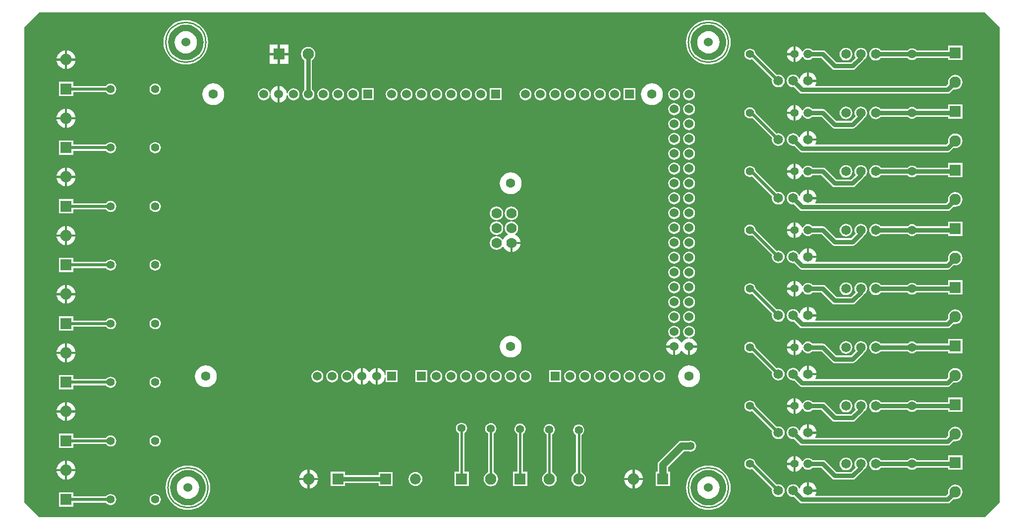
<source format=gbl>
G04*
G04 #@! TF.GenerationSoftware,Altium Limited,Altium Designer,18.1.9 (240)*
G04*
G04 Layer_Physical_Order=2*
G04 Layer_Color=16711680*
%FSLAX25Y25*%
%MOIN*%
G70*
G01*
G75*
%ADD10C,0.01000*%
%ADD11C,0.01500*%
%ADD12C,0.03000*%
%ADD13C,0.02000*%
%ADD14R,0.07677X0.07677*%
%ADD15C,0.07677*%
%ADD16C,0.06000*%
%ADD17R,0.07677X0.07677*%
%ADD18C,0.05906*%
%ADD19C,0.06500*%
%ADD20R,0.06000X0.06000*%
%ADD21C,0.07000*%
%ADD22C,0.07284*%
%ADD23R,0.07284X0.07284*%
%ADD24C,0.05512*%
%ADD25C,0.06299*%
%ADD26C,0.05500*%
%ADD27C,0.05000*%
G36*
X656000Y330000D02*
Y10000D01*
X646000Y0D01*
X10000D01*
X0Y10000D01*
Y330000D01*
X10000Y340000D01*
X646000D01*
X656000Y330000D01*
D02*
G37*
%LPC*%
G36*
X630839Y317681D02*
X621161D01*
Y314549D01*
X600026D01*
X599819Y314819D01*
X598993Y315453D01*
X598032Y315851D01*
X597000Y315987D01*
X595968Y315851D01*
X595007Y315453D01*
X594181Y314819D01*
X593974Y314549D01*
X575901D01*
X575531Y315031D01*
X574643Y315712D01*
X573609Y316141D01*
X572500Y316287D01*
X571390Y316141D01*
X570357Y315712D01*
X569469Y315031D01*
X568788Y314143D01*
X568359Y313109D01*
X568213Y312000D01*
X568359Y310891D01*
X568788Y309857D01*
X569469Y308969D01*
X570357Y308288D01*
X571390Y307859D01*
X572500Y307713D01*
X573609Y307859D01*
X574643Y308288D01*
X575531Y308969D01*
X575901Y309451D01*
X593974D01*
X594181Y309181D01*
X595007Y308547D01*
X595968Y308149D01*
X597000Y308013D01*
X598032Y308149D01*
X598993Y308547D01*
X599819Y309181D01*
X600026Y309451D01*
X621161D01*
Y308004D01*
X630839D01*
Y317681D01*
D02*
G37*
G36*
X177496Y318339D02*
X171907D01*
Y312750D01*
X177496D01*
Y318339D01*
D02*
G37*
G36*
X170407D02*
X164819D01*
Y312750D01*
X170407D01*
Y318339D01*
D02*
G37*
G36*
X517250Y317202D02*
X516628Y317121D01*
X515349Y316591D01*
X514252Y315749D01*
X513409Y314651D01*
X512879Y313372D01*
X512797Y312750D01*
X517250D01*
Y317202D01*
D02*
G37*
G36*
X28750Y314638D02*
Y309093D01*
X34295D01*
X34247Y309585D01*
X33885Y310780D01*
X33296Y311881D01*
X32504Y312846D01*
X31539Y313638D01*
X30437Y314227D01*
X29243Y314589D01*
X28750Y314638D01*
D02*
G37*
G36*
X27250Y314638D02*
X26757Y314589D01*
X25563Y314227D01*
X24462Y313638D01*
X23496Y312846D01*
X22704Y311881D01*
X22116Y310780D01*
X21753Y309585D01*
X21705Y309093D01*
X27250D01*
Y314638D01*
D02*
G37*
G36*
X552500Y316287D02*
X551391Y316141D01*
X550357Y315712D01*
X549469Y315031D01*
X548788Y314143D01*
X548359Y313109D01*
X548213Y312000D01*
X548359Y310891D01*
X548788Y309857D01*
X549469Y308969D01*
X550357Y308288D01*
X551391Y307859D01*
X552500Y307713D01*
X553610Y307859D01*
X554643Y308288D01*
X555531Y308969D01*
X556212Y309857D01*
X556641Y310891D01*
X556787Y312000D01*
X556641Y313109D01*
X556212Y314143D01*
X555531Y315031D01*
X554643Y315712D01*
X553610Y316141D01*
X552500Y316287D01*
D02*
G37*
G36*
X517250Y311250D02*
X512797D01*
X512879Y310628D01*
X513409Y309349D01*
X514252Y308252D01*
X515349Y307409D01*
X516628Y306879D01*
X517250Y306798D01*
Y311250D01*
D02*
G37*
G36*
X177496Y311250D02*
X171907D01*
Y305661D01*
X177496D01*
Y311250D01*
D02*
G37*
G36*
X170407D02*
X164819D01*
Y305661D01*
X170407D01*
Y311250D01*
D02*
G37*
G36*
X460000Y334988D02*
X457655Y334804D01*
X455368Y334255D01*
X453195Y333354D01*
X451190Y332126D01*
X449402Y330598D01*
X447874Y328810D01*
X446645Y326804D01*
X445746Y324632D01*
X445196Y322345D01*
X445012Y320000D01*
X445196Y317655D01*
X445746Y315368D01*
X446645Y313195D01*
X447874Y311190D01*
X449402Y309402D01*
X451190Y307874D01*
X453195Y306645D01*
X455368Y305746D01*
X457655Y305196D01*
X460000Y305012D01*
X462345Y305196D01*
X464632Y305746D01*
X466805Y306645D01*
X468810Y307874D01*
X470598Y309402D01*
X472126Y311190D01*
X473354Y313195D01*
X474255Y315368D01*
X474804Y317655D01*
X474988Y320000D01*
X474804Y322345D01*
X474255Y324632D01*
X473354Y326804D01*
X472126Y328810D01*
X470598Y330598D01*
X468810Y332126D01*
X466805Y333354D01*
X464632Y334255D01*
X462345Y334804D01*
X460000Y334988D01*
D02*
G37*
G36*
X108558D02*
X106213Y334804D01*
X103927Y334255D01*
X101754Y333354D01*
X99748Y332126D01*
X97960Y330598D01*
X96432Y328810D01*
X95204Y326804D01*
X94304Y324632D01*
X93755Y322345D01*
X93570Y320000D01*
X93755Y317655D01*
X94304Y315368D01*
X95204Y313195D01*
X96432Y311190D01*
X97960Y309402D01*
X99748Y307874D01*
X101754Y306645D01*
X103927Y305746D01*
X106213Y305196D01*
X108558Y305012D01*
X110903Y305196D01*
X113190Y305746D01*
X115363Y306645D01*
X117368Y307874D01*
X119156Y309402D01*
X120684Y311190D01*
X121913Y313195D01*
X122813Y315368D01*
X123362Y317655D01*
X123546Y320000D01*
X123362Y322345D01*
X122813Y324632D01*
X121913Y326804D01*
X120684Y328810D01*
X119156Y330598D01*
X117368Y332126D01*
X115363Y333354D01*
X113190Y334255D01*
X110903Y334804D01*
X108558Y334988D01*
D02*
G37*
G36*
X34295Y307593D02*
X28750D01*
Y302047D01*
X29243Y302096D01*
X30437Y302458D01*
X31539Y303047D01*
X32504Y303839D01*
X33296Y304804D01*
X33885Y305905D01*
X34247Y307100D01*
X34295Y307593D01*
D02*
G37*
G36*
X27250D02*
X21705D01*
X21753Y307100D01*
X22116Y305905D01*
X22704Y304804D01*
X23496Y303839D01*
X24462Y303047D01*
X25563Y302458D01*
X26757Y302096D01*
X27250Y302047D01*
Y307593D01*
D02*
G37*
G36*
X518750Y317202D02*
Y312000D01*
Y306798D01*
X519372Y306879D01*
X520651Y307409D01*
X521748Y308252D01*
X522591Y309349D01*
X522935Y310179D01*
X523476D01*
X523547Y310007D01*
X524181Y309181D01*
X525007Y308547D01*
X525968Y308149D01*
X527000Y308013D01*
X528032Y308149D01*
X528993Y308547D01*
X529819Y309181D01*
X530026Y309451D01*
X535944D01*
X543198Y302198D01*
X544025Y301645D01*
X545000Y301451D01*
X557000D01*
X557975Y301645D01*
X558802Y302198D01*
X564302Y307698D01*
X564753Y308372D01*
X565531Y308969D01*
X566212Y309857D01*
X566641Y310891D01*
X566787Y312000D01*
X566641Y313109D01*
X566212Y314143D01*
X565531Y315031D01*
X564643Y315712D01*
X563610Y316141D01*
X562500Y316287D01*
X561390Y316141D01*
X560357Y315712D01*
X559469Y315031D01*
X558788Y314143D01*
X558359Y313109D01*
X558213Y312000D01*
X558359Y310891D01*
X558788Y309857D01*
X558989Y309594D01*
X555944Y306549D01*
X546056D01*
X538802Y313802D01*
X537976Y314355D01*
X537000Y314549D01*
X530026D01*
X529819Y314819D01*
X528993Y315453D01*
X528032Y315851D01*
X527000Y315987D01*
X525968Y315851D01*
X525007Y315453D01*
X524181Y314819D01*
X523547Y313993D01*
X523476Y313821D01*
X522935D01*
X522591Y314651D01*
X521748Y315749D01*
X520651Y316591D01*
X519372Y317121D01*
X518750Y317202D01*
D02*
G37*
G36*
X526250Y299701D02*
X525499Y299602D01*
X524100Y299023D01*
X522899Y298101D01*
X521977Y296900D01*
X521459Y295648D01*
X520970Y295606D01*
X520931Y295616D01*
X520712Y296143D01*
X520031Y297031D01*
X519143Y297712D01*
X518110Y298141D01*
X517000Y298287D01*
X515891Y298141D01*
X514857Y297712D01*
X513969Y297031D01*
X513288Y296143D01*
X512859Y295110D01*
X512713Y294000D01*
X512859Y292891D01*
X513288Y291857D01*
X513969Y290969D01*
X514857Y290288D01*
X515891Y289859D01*
X517000Y289713D01*
X517602Y289793D01*
X521198Y286198D01*
X522024Y285645D01*
X523000Y285451D01*
X620843D01*
X621818Y285645D01*
X622645Y286198D01*
X624873Y288425D01*
X626000Y288277D01*
X627263Y288443D01*
X628440Y288931D01*
X629451Y289707D01*
X630227Y290717D01*
X630714Y291894D01*
X630880Y293158D01*
X630714Y294421D01*
X630227Y295598D01*
X629451Y296608D01*
X628440Y297384D01*
X627263Y297871D01*
X626000Y298038D01*
X624737Y297871D01*
X623560Y297384D01*
X622549Y296608D01*
X621773Y295598D01*
X621286Y294421D01*
X621120Y293158D01*
X621268Y292030D01*
X619787Y290549D01*
X532165D01*
X531944Y290997D01*
X532023Y291100D01*
X532602Y292499D01*
X532701Y293250D01*
X527000D01*
Y294000D01*
X526250D01*
Y299701D01*
D02*
G37*
G36*
X527750D02*
Y294750D01*
X532701D01*
X532602Y295501D01*
X532023Y296900D01*
X531101Y298101D01*
X529900Y299023D01*
X528501Y299602D01*
X527750Y299701D01*
D02*
G37*
G36*
X488000Y315788D02*
X487019Y315659D01*
X486106Y315281D01*
X485321Y314679D01*
X484719Y313894D01*
X484341Y312981D01*
X484212Y312000D01*
X484341Y311019D01*
X484719Y310106D01*
X485321Y309321D01*
X486106Y308719D01*
X487019Y308341D01*
X488000Y308212D01*
X488980Y308341D01*
X489543Y308574D01*
X502903Y295214D01*
X502859Y295110D01*
X502713Y294000D01*
X502859Y292891D01*
X503288Y291857D01*
X503969Y290969D01*
X504857Y290288D01*
X505891Y289859D01*
X507000Y289713D01*
X508110Y289859D01*
X509143Y290288D01*
X510031Y290969D01*
X510712Y291857D01*
X511141Y292891D01*
X511287Y294000D01*
X511141Y295110D01*
X510712Y296143D01*
X510031Y297031D01*
X509143Y297712D01*
X508110Y298141D01*
X507000Y298287D01*
X505891Y298141D01*
X505786Y298097D01*
X491774Y312110D01*
X491659Y312981D01*
X491281Y313894D01*
X490679Y314679D01*
X489894Y315281D01*
X488980Y315659D01*
X488000Y315788D01*
D02*
G37*
G36*
X170250Y290449D02*
X169564Y290358D01*
X168226Y289804D01*
X167077Y288923D01*
X166196Y287774D01*
X165642Y286436D01*
X165496Y285328D01*
X164991D01*
X164897Y286044D01*
X164494Y287017D01*
X163853Y287853D01*
X163017Y288494D01*
X162044Y288897D01*
X161000Y289035D01*
X159956Y288897D01*
X158983Y288494D01*
X158147Y287853D01*
X157506Y287017D01*
X157103Y286044D01*
X156965Y285000D01*
X157103Y283956D01*
X157506Y282983D01*
X158147Y282147D01*
X158983Y281506D01*
X159956Y281103D01*
X161000Y280965D01*
X162044Y281103D01*
X163017Y281506D01*
X163853Y282147D01*
X164494Y282983D01*
X164897Y283956D01*
X164991Y284672D01*
X165496D01*
X165642Y283564D01*
X166196Y282226D01*
X167077Y281077D01*
X168226Y280196D01*
X169564Y279642D01*
X170250Y279551D01*
Y285000D01*
Y290449D01*
D02*
G37*
G36*
X88000Y292288D02*
X87019Y292159D01*
X86106Y291781D01*
X85321Y291179D01*
X84719Y290394D01*
X84341Y289480D01*
X84212Y288500D01*
X84341Y287520D01*
X84719Y286606D01*
X85321Y285821D01*
X86106Y285219D01*
X87019Y284841D01*
X88000Y284712D01*
X88981Y284841D01*
X89894Y285219D01*
X90679Y285821D01*
X91281Y286606D01*
X91659Y287520D01*
X91788Y288500D01*
X91659Y289480D01*
X91281Y290394D01*
X90679Y291179D01*
X89894Y291781D01*
X88981Y292159D01*
X88000Y292288D01*
D02*
G37*
G36*
X32839Y293496D02*
X23162D01*
Y283819D01*
X32839D01*
Y286461D01*
X54830D01*
X55321Y285821D01*
X56106Y285219D01*
X57020Y284841D01*
X58000Y284712D01*
X58981Y284841D01*
X59894Y285219D01*
X60679Y285821D01*
X61281Y286606D01*
X61659Y287520D01*
X61788Y288500D01*
X61659Y289480D01*
X61281Y290394D01*
X60679Y291179D01*
X59894Y291781D01*
X58981Y292159D01*
X58000Y292288D01*
X57020Y292159D01*
X56106Y291781D01*
X55321Y291179D01*
X54830Y290539D01*
X32839D01*
Y293496D01*
D02*
G37*
G36*
X411000Y289000D02*
X403000D01*
Y281000D01*
X411000D01*
Y289000D01*
D02*
G37*
G36*
X321000D02*
X313000D01*
Y281000D01*
X321000D01*
Y289000D01*
D02*
G37*
G36*
X235000D02*
X227000D01*
Y281000D01*
X235000D01*
Y289000D01*
D02*
G37*
G36*
X447000Y289035D02*
X445956Y288897D01*
X444983Y288494D01*
X444147Y287853D01*
X443506Y287017D01*
X443103Y286044D01*
X442966Y285000D01*
X443103Y283956D01*
X443506Y282983D01*
X444147Y282147D01*
X444983Y281506D01*
X445956Y281103D01*
X447000Y280965D01*
X448044Y281103D01*
X449017Y281506D01*
X449853Y282147D01*
X450494Y282983D01*
X450897Y283956D01*
X451034Y285000D01*
X450897Y286044D01*
X450494Y287017D01*
X449853Y287853D01*
X449017Y288494D01*
X448044Y288897D01*
X447000Y289035D01*
D02*
G37*
G36*
X437000D02*
X435956Y288897D01*
X434983Y288494D01*
X434147Y287853D01*
X433506Y287017D01*
X433103Y286044D01*
X432966Y285000D01*
X433103Y283956D01*
X433506Y282983D01*
X434147Y282147D01*
X434983Y281506D01*
X435956Y281103D01*
X437000Y280965D01*
X438044Y281103D01*
X439017Y281506D01*
X439853Y282147D01*
X440494Y282983D01*
X440897Y283956D01*
X441035Y285000D01*
X440897Y286044D01*
X440494Y287017D01*
X439853Y287853D01*
X439017Y288494D01*
X438044Y288897D01*
X437000Y289035D01*
D02*
G37*
G36*
X397000D02*
X395956Y288897D01*
X394983Y288494D01*
X394147Y287853D01*
X393506Y287017D01*
X393103Y286044D01*
X392966Y285000D01*
X393103Y283956D01*
X393506Y282983D01*
X394147Y282147D01*
X394983Y281506D01*
X395956Y281103D01*
X397000Y280965D01*
X398044Y281103D01*
X399017Y281506D01*
X399853Y282147D01*
X400494Y282983D01*
X400897Y283956D01*
X401034Y285000D01*
X400897Y286044D01*
X400494Y287017D01*
X399853Y287853D01*
X399017Y288494D01*
X398044Y288897D01*
X397000Y289035D01*
D02*
G37*
G36*
X387000D02*
X385956Y288897D01*
X384983Y288494D01*
X384147Y287853D01*
X383506Y287017D01*
X383103Y286044D01*
X382965Y285000D01*
X383103Y283956D01*
X383506Y282983D01*
X384147Y282147D01*
X384983Y281506D01*
X385956Y281103D01*
X387000Y280965D01*
X388044Y281103D01*
X389017Y281506D01*
X389853Y282147D01*
X390494Y282983D01*
X390897Y283956D01*
X391035Y285000D01*
X390897Y286044D01*
X390494Y287017D01*
X389853Y287853D01*
X389017Y288494D01*
X388044Y288897D01*
X387000Y289035D01*
D02*
G37*
G36*
X377000D02*
X375956Y288897D01*
X374983Y288494D01*
X374147Y287853D01*
X373506Y287017D01*
X373103Y286044D01*
X372966Y285000D01*
X373103Y283956D01*
X373506Y282983D01*
X374147Y282147D01*
X374983Y281506D01*
X375956Y281103D01*
X377000Y280965D01*
X378044Y281103D01*
X379017Y281506D01*
X379853Y282147D01*
X380494Y282983D01*
X380897Y283956D01*
X381034Y285000D01*
X380897Y286044D01*
X380494Y287017D01*
X379853Y287853D01*
X379017Y288494D01*
X378044Y288897D01*
X377000Y289035D01*
D02*
G37*
G36*
X367000D02*
X365956Y288897D01*
X364983Y288494D01*
X364147Y287853D01*
X363506Y287017D01*
X363103Y286044D01*
X362965Y285000D01*
X363103Y283956D01*
X363506Y282983D01*
X364147Y282147D01*
X364983Y281506D01*
X365956Y281103D01*
X367000Y280965D01*
X368044Y281103D01*
X369017Y281506D01*
X369853Y282147D01*
X370494Y282983D01*
X370897Y283956D01*
X371035Y285000D01*
X370897Y286044D01*
X370494Y287017D01*
X369853Y287853D01*
X369017Y288494D01*
X368044Y288897D01*
X367000Y289035D01*
D02*
G37*
G36*
X357000D02*
X355956Y288897D01*
X354983Y288494D01*
X354147Y287853D01*
X353506Y287017D01*
X353103Y286044D01*
X352965Y285000D01*
X353103Y283956D01*
X353506Y282983D01*
X354147Y282147D01*
X354983Y281506D01*
X355956Y281103D01*
X357000Y280965D01*
X358044Y281103D01*
X359017Y281506D01*
X359853Y282147D01*
X360494Y282983D01*
X360897Y283956D01*
X361034Y285000D01*
X360897Y286044D01*
X360494Y287017D01*
X359853Y287853D01*
X359017Y288494D01*
X358044Y288897D01*
X357000Y289035D01*
D02*
G37*
G36*
X347000D02*
X345956Y288897D01*
X344983Y288494D01*
X344147Y287853D01*
X343506Y287017D01*
X343103Y286044D01*
X342966Y285000D01*
X343103Y283956D01*
X343506Y282983D01*
X344147Y282147D01*
X344983Y281506D01*
X345956Y281103D01*
X347000Y280965D01*
X348044Y281103D01*
X349017Y281506D01*
X349853Y282147D01*
X350494Y282983D01*
X350897Y283956D01*
X351034Y285000D01*
X350897Y286044D01*
X350494Y287017D01*
X349853Y287853D01*
X349017Y288494D01*
X348044Y288897D01*
X347000Y289035D01*
D02*
G37*
G36*
X337000D02*
X335956Y288897D01*
X334983Y288494D01*
X334147Y287853D01*
X333506Y287017D01*
X333103Y286044D01*
X332965Y285000D01*
X333103Y283956D01*
X333506Y282983D01*
X334147Y282147D01*
X334983Y281506D01*
X335956Y281103D01*
X337000Y280965D01*
X338044Y281103D01*
X339017Y281506D01*
X339853Y282147D01*
X340494Y282983D01*
X340897Y283956D01*
X341035Y285000D01*
X340897Y286044D01*
X340494Y287017D01*
X339853Y287853D01*
X339017Y288494D01*
X338044Y288897D01*
X337000Y289035D01*
D02*
G37*
G36*
X307000D02*
X305956Y288897D01*
X304983Y288494D01*
X304147Y287853D01*
X303506Y287017D01*
X303103Y286044D01*
X302965Y285000D01*
X303103Y283956D01*
X303506Y282983D01*
X304147Y282147D01*
X304983Y281506D01*
X305956Y281103D01*
X307000Y280965D01*
X308044Y281103D01*
X309017Y281506D01*
X309853Y282147D01*
X310494Y282983D01*
X310897Y283956D01*
X311034Y285000D01*
X310897Y286044D01*
X310494Y287017D01*
X309853Y287853D01*
X309017Y288494D01*
X308044Y288897D01*
X307000Y289035D01*
D02*
G37*
G36*
X297000D02*
X295956Y288897D01*
X294983Y288494D01*
X294147Y287853D01*
X293506Y287017D01*
X293103Y286044D01*
X292966Y285000D01*
X293103Y283956D01*
X293506Y282983D01*
X294147Y282147D01*
X294983Y281506D01*
X295956Y281103D01*
X297000Y280965D01*
X298044Y281103D01*
X299017Y281506D01*
X299853Y282147D01*
X300494Y282983D01*
X300897Y283956D01*
X301034Y285000D01*
X300897Y286044D01*
X300494Y287017D01*
X299853Y287853D01*
X299017Y288494D01*
X298044Y288897D01*
X297000Y289035D01*
D02*
G37*
G36*
X287000D02*
X285956Y288897D01*
X284983Y288494D01*
X284147Y287853D01*
X283506Y287017D01*
X283103Y286044D01*
X282965Y285000D01*
X283103Y283956D01*
X283506Y282983D01*
X284147Y282147D01*
X284983Y281506D01*
X285956Y281103D01*
X287000Y280965D01*
X288044Y281103D01*
X289017Y281506D01*
X289853Y282147D01*
X290494Y282983D01*
X290897Y283956D01*
X291035Y285000D01*
X290897Y286044D01*
X290494Y287017D01*
X289853Y287853D01*
X289017Y288494D01*
X288044Y288897D01*
X287000Y289035D01*
D02*
G37*
G36*
X277000D02*
X275956Y288897D01*
X274983Y288494D01*
X274147Y287853D01*
X273506Y287017D01*
X273103Y286044D01*
X272966Y285000D01*
X273103Y283956D01*
X273506Y282983D01*
X274147Y282147D01*
X274983Y281506D01*
X275956Y281103D01*
X277000Y280965D01*
X278044Y281103D01*
X279017Y281506D01*
X279853Y282147D01*
X280494Y282983D01*
X280897Y283956D01*
X281034Y285000D01*
X280897Y286044D01*
X280494Y287017D01*
X279853Y287853D01*
X279017Y288494D01*
X278044Y288897D01*
X277000Y289035D01*
D02*
G37*
G36*
X267000D02*
X265956Y288897D01*
X264983Y288494D01*
X264147Y287853D01*
X263506Y287017D01*
X263103Y286044D01*
X262965Y285000D01*
X263103Y283956D01*
X263506Y282983D01*
X264147Y282147D01*
X264983Y281506D01*
X265956Y281103D01*
X267000Y280965D01*
X268044Y281103D01*
X269017Y281506D01*
X269853Y282147D01*
X270494Y282983D01*
X270897Y283956D01*
X271035Y285000D01*
X270897Y286044D01*
X270494Y287017D01*
X269853Y287853D01*
X269017Y288494D01*
X268044Y288897D01*
X267000Y289035D01*
D02*
G37*
G36*
X257000D02*
X255956Y288897D01*
X254983Y288494D01*
X254147Y287853D01*
X253506Y287017D01*
X253103Y286044D01*
X252965Y285000D01*
X253103Y283956D01*
X253506Y282983D01*
X254147Y282147D01*
X254983Y281506D01*
X255956Y281103D01*
X257000Y280965D01*
X258044Y281103D01*
X259017Y281506D01*
X259853Y282147D01*
X260494Y282983D01*
X260897Y283956D01*
X261034Y285000D01*
X260897Y286044D01*
X260494Y287017D01*
X259853Y287853D01*
X259017Y288494D01*
X258044Y288897D01*
X257000Y289035D01*
D02*
G37*
G36*
X247000D02*
X245956Y288897D01*
X244983Y288494D01*
X244147Y287853D01*
X243506Y287017D01*
X243103Y286044D01*
X242966Y285000D01*
X243103Y283956D01*
X243506Y282983D01*
X244147Y282147D01*
X244983Y281506D01*
X245956Y281103D01*
X247000Y280965D01*
X248044Y281103D01*
X249017Y281506D01*
X249853Y282147D01*
X250494Y282983D01*
X250897Y283956D01*
X251034Y285000D01*
X250897Y286044D01*
X250494Y287017D01*
X249853Y287853D01*
X249017Y288494D01*
X248044Y288897D01*
X247000Y289035D01*
D02*
G37*
G36*
X221000D02*
X219956Y288897D01*
X218983Y288494D01*
X218147Y287853D01*
X217506Y287017D01*
X217103Y286044D01*
X216966Y285000D01*
X217103Y283956D01*
X217506Y282983D01*
X218147Y282147D01*
X218983Y281506D01*
X219956Y281103D01*
X221000Y280965D01*
X222044Y281103D01*
X223017Y281506D01*
X223853Y282147D01*
X224494Y282983D01*
X224897Y283956D01*
X225034Y285000D01*
X224897Y286044D01*
X224494Y287017D01*
X223853Y287853D01*
X223017Y288494D01*
X222044Y288897D01*
X221000Y289035D01*
D02*
G37*
G36*
X211000D02*
X209956Y288897D01*
X208983Y288494D01*
X208147Y287853D01*
X207506Y287017D01*
X207103Y286044D01*
X206965Y285000D01*
X207103Y283956D01*
X207506Y282983D01*
X208147Y282147D01*
X208983Y281506D01*
X209956Y281103D01*
X211000Y280965D01*
X212044Y281103D01*
X213017Y281506D01*
X213853Y282147D01*
X214494Y282983D01*
X214897Y283956D01*
X215035Y285000D01*
X214897Y286044D01*
X214494Y287017D01*
X213853Y287853D01*
X213017Y288494D01*
X212044Y288897D01*
X211000Y289035D01*
D02*
G37*
G36*
X201000D02*
X199956Y288897D01*
X198983Y288494D01*
X198147Y287853D01*
X197506Y287017D01*
X197103Y286044D01*
X196966Y285000D01*
X197103Y283956D01*
X197506Y282983D01*
X198147Y282147D01*
X198983Y281506D01*
X199956Y281103D01*
X201000Y280965D01*
X202044Y281103D01*
X203017Y281506D01*
X203853Y282147D01*
X204494Y282983D01*
X204897Y283956D01*
X205034Y285000D01*
X204897Y286044D01*
X204494Y287017D01*
X203853Y287853D01*
X203017Y288494D01*
X202044Y288897D01*
X201000Y289035D01*
D02*
G37*
G36*
X190842Y316880D02*
X189579Y316714D01*
X188402Y316227D01*
X187392Y315451D01*
X186616Y314440D01*
X186128Y313263D01*
X185962Y312000D01*
X186128Y310737D01*
X186616Y309560D01*
X187392Y308549D01*
X188294Y307857D01*
Y287965D01*
X188147Y287853D01*
X187506Y287017D01*
X187103Y286044D01*
X186966Y285000D01*
X187103Y283956D01*
X187506Y282983D01*
X188147Y282147D01*
X188983Y281506D01*
X189956Y281103D01*
X191000Y280965D01*
X192044Y281103D01*
X193017Y281506D01*
X193853Y282147D01*
X194494Y282983D01*
X194897Y283956D01*
X195035Y285000D01*
X194897Y286044D01*
X194494Y287017D01*
X193853Y287853D01*
X193392Y288207D01*
Y307857D01*
X194293Y308549D01*
X195069Y309560D01*
X195557Y310737D01*
X195723Y312000D01*
X195557Y313263D01*
X195069Y314440D01*
X194293Y315451D01*
X193283Y316227D01*
X192106Y316714D01*
X190842Y316880D01*
D02*
G37*
G36*
X171750Y290449D02*
Y285000D01*
Y279551D01*
X172436Y279642D01*
X173774Y280196D01*
X174923Y281077D01*
X175804Y282226D01*
X176358Y283564D01*
X176504Y284672D01*
X177009D01*
X177103Y283956D01*
X177506Y282983D01*
X178147Y282147D01*
X178983Y281506D01*
X179956Y281103D01*
X181000Y280965D01*
X182044Y281103D01*
X183017Y281506D01*
X183853Y282147D01*
X184494Y282983D01*
X184897Y283956D01*
X185035Y285000D01*
X184897Y286044D01*
X184494Y287017D01*
X183853Y287853D01*
X183017Y288494D01*
X182044Y288897D01*
X181000Y289035D01*
X179956Y288897D01*
X178983Y288494D01*
X178147Y287853D01*
X177506Y287017D01*
X177103Y286044D01*
X177009Y285328D01*
X176504D01*
X176358Y286436D01*
X175804Y287774D01*
X174923Y288923D01*
X173774Y289804D01*
X172436Y290358D01*
X171750Y290449D01*
D02*
G37*
G36*
X422000Y292335D02*
X420569Y292194D01*
X419193Y291776D01*
X417925Y291098D01*
X416814Y290186D01*
X415902Y289075D01*
X415224Y287807D01*
X414806Y286431D01*
X414666Y285000D01*
X414806Y283569D01*
X415224Y282193D01*
X415902Y280925D01*
X416814Y279814D01*
X417925Y278902D01*
X419193Y278224D01*
X420569Y277806D01*
X422000Y277665D01*
X423431Y277806D01*
X424807Y278224D01*
X426075Y278902D01*
X427186Y279814D01*
X428098Y280925D01*
X428776Y282193D01*
X429194Y283569D01*
X429334Y285000D01*
X429194Y286431D01*
X428776Y287807D01*
X428098Y289075D01*
X427186Y290186D01*
X426075Y291098D01*
X424807Y291776D01*
X423431Y292194D01*
X422000Y292335D01*
D02*
G37*
G36*
X127000D02*
X125569Y292194D01*
X124193Y291776D01*
X122925Y291098D01*
X121814Y290186D01*
X120902Y289075D01*
X120224Y287807D01*
X119806Y286431D01*
X119666Y285000D01*
X119806Y283569D01*
X120224Y282193D01*
X120902Y280925D01*
X121814Y279814D01*
X122925Y278902D01*
X124193Y278224D01*
X125569Y277806D01*
X127000Y277665D01*
X128431Y277806D01*
X129807Y278224D01*
X131075Y278902D01*
X132186Y279814D01*
X133098Y280925D01*
X133776Y282193D01*
X134194Y283569D01*
X134335Y285000D01*
X134194Y286431D01*
X133776Y287807D01*
X133098Y289075D01*
X132186Y290186D01*
X131075Y291098D01*
X129807Y291776D01*
X128431Y292194D01*
X127000Y292335D01*
D02*
G37*
G36*
X630839Y278181D02*
X621161D01*
Y275049D01*
X600026D01*
X599819Y275319D01*
X598993Y275953D01*
X598032Y276351D01*
X597000Y276487D01*
X595968Y276351D01*
X595007Y275953D01*
X594181Y275319D01*
X593974Y275049D01*
X575901D01*
X575531Y275531D01*
X574643Y276212D01*
X573609Y276641D01*
X572500Y276787D01*
X571390Y276641D01*
X570357Y276212D01*
X569469Y275531D01*
X568788Y274643D01*
X568359Y273609D01*
X568213Y272500D01*
X568359Y271391D01*
X568788Y270357D01*
X569469Y269469D01*
X570357Y268788D01*
X571390Y268359D01*
X572500Y268213D01*
X573609Y268359D01*
X574643Y268788D01*
X575531Y269469D01*
X575901Y269951D01*
X593974D01*
X594181Y269681D01*
X595007Y269047D01*
X595968Y268649D01*
X597000Y268513D01*
X598032Y268649D01*
X598993Y269047D01*
X599819Y269681D01*
X600026Y269951D01*
X621161D01*
Y268504D01*
X630839D01*
Y278181D01*
D02*
G37*
G36*
X517250Y277702D02*
X516628Y277621D01*
X515349Y277091D01*
X514252Y276249D01*
X513409Y275151D01*
X512879Y273872D01*
X512797Y273250D01*
X517250D01*
Y277702D01*
D02*
G37*
G36*
X447000Y279034D02*
X445956Y278897D01*
X444983Y278494D01*
X444147Y277853D01*
X443506Y277017D01*
X443103Y276044D01*
X442966Y275000D01*
X443103Y273956D01*
X443506Y272983D01*
X444147Y272147D01*
X444983Y271506D01*
X445956Y271103D01*
X447000Y270966D01*
X448044Y271103D01*
X449017Y271506D01*
X449853Y272147D01*
X450494Y272983D01*
X450897Y273956D01*
X451034Y275000D01*
X450897Y276044D01*
X450494Y277017D01*
X449853Y277853D01*
X449017Y278494D01*
X448044Y278897D01*
X447000Y279034D01*
D02*
G37*
G36*
X437000D02*
X435956Y278897D01*
X434983Y278494D01*
X434147Y277853D01*
X433506Y277017D01*
X433103Y276044D01*
X432966Y275000D01*
X433103Y273956D01*
X433506Y272983D01*
X434147Y272147D01*
X434983Y271506D01*
X435956Y271103D01*
X437000Y270966D01*
X438044Y271103D01*
X439017Y271506D01*
X439853Y272147D01*
X440494Y272983D01*
X440897Y273956D01*
X441035Y275000D01*
X440897Y276044D01*
X440494Y277017D01*
X439853Y277853D01*
X439017Y278494D01*
X438044Y278897D01*
X437000Y279034D01*
D02*
G37*
G36*
X28750Y275138D02*
Y269593D01*
X34295D01*
X34247Y270085D01*
X33885Y271280D01*
X33296Y272381D01*
X32504Y273346D01*
X31539Y274138D01*
X30437Y274727D01*
X29243Y275089D01*
X28750Y275138D01*
D02*
G37*
G36*
X27250D02*
X26757Y275089D01*
X25563Y274727D01*
X24462Y274138D01*
X23496Y273346D01*
X22704Y272381D01*
X22116Y271280D01*
X21753Y270085D01*
X21705Y269593D01*
X27250D01*
Y275138D01*
D02*
G37*
G36*
X552500Y276787D02*
X551391Y276641D01*
X550357Y276212D01*
X549469Y275531D01*
X548788Y274643D01*
X548359Y273609D01*
X548213Y272500D01*
X548359Y271391D01*
X548788Y270357D01*
X549469Y269469D01*
X550357Y268788D01*
X551391Y268359D01*
X552500Y268213D01*
X553610Y268359D01*
X554643Y268788D01*
X555531Y269469D01*
X556212Y270357D01*
X556641Y271391D01*
X556787Y272500D01*
X556641Y273609D01*
X556212Y274643D01*
X555531Y275531D01*
X554643Y276212D01*
X553610Y276641D01*
X552500Y276787D01*
D02*
G37*
G36*
X517250Y271750D02*
X512797D01*
X512879Y271128D01*
X513409Y269849D01*
X514252Y268752D01*
X515349Y267909D01*
X516628Y267379D01*
X517250Y267298D01*
Y271750D01*
D02*
G37*
G36*
X34295Y268093D02*
X28750D01*
Y262547D01*
X29243Y262596D01*
X30437Y262958D01*
X31539Y263547D01*
X32504Y264339D01*
X33296Y265304D01*
X33885Y266405D01*
X34247Y267600D01*
X34295Y268093D01*
D02*
G37*
G36*
X27250D02*
X21705D01*
X21753Y267600D01*
X22116Y266405D01*
X22704Y265304D01*
X23496Y264339D01*
X24462Y263547D01*
X25563Y262958D01*
X26757Y262596D01*
X27250Y262547D01*
Y268093D01*
D02*
G37*
G36*
X518750Y277702D02*
Y272500D01*
X518000D01*
D01*
X518750D01*
Y267298D01*
X519372Y267379D01*
X520651Y267909D01*
X521748Y268752D01*
X522591Y269849D01*
X522935Y270679D01*
X523476D01*
X523547Y270507D01*
X524181Y269681D01*
X525007Y269047D01*
X525968Y268649D01*
X527000Y268513D01*
X528032Y268649D01*
X528993Y269047D01*
X529819Y269681D01*
X530026Y269951D01*
X535944D01*
X543198Y262698D01*
X544025Y262145D01*
X545000Y261951D01*
X557000D01*
X557975Y262145D01*
X558802Y262698D01*
X564302Y268198D01*
X564753Y268872D01*
X565531Y269469D01*
X566212Y270357D01*
X566641Y271391D01*
X566787Y272500D01*
X566641Y273609D01*
X566212Y274643D01*
X565531Y275531D01*
X564643Y276212D01*
X563610Y276641D01*
X562500Y276787D01*
X561390Y276641D01*
X560357Y276212D01*
X559469Y275531D01*
X558788Y274643D01*
X558359Y273609D01*
X558213Y272500D01*
X558359Y271391D01*
X558788Y270357D01*
X558989Y270094D01*
X555944Y267049D01*
X546056D01*
X538802Y274302D01*
X537976Y274855D01*
X537000Y275049D01*
X530026D01*
X529819Y275319D01*
X528993Y275953D01*
X528032Y276351D01*
X527000Y276487D01*
X525968Y276351D01*
X525007Y275953D01*
X524181Y275319D01*
X523547Y274493D01*
X523476Y274321D01*
X522935D01*
X522591Y275151D01*
X521748Y276249D01*
X520651Y277091D01*
X519372Y277621D01*
X518750Y277702D01*
D02*
G37*
G36*
X447000Y269035D02*
X445956Y268897D01*
X444983Y268494D01*
X444147Y267853D01*
X443506Y267017D01*
X443103Y266044D01*
X442966Y265000D01*
X443103Y263956D01*
X443506Y262983D01*
X444147Y262147D01*
X444983Y261506D01*
X445956Y261103D01*
X447000Y260965D01*
X448044Y261103D01*
X449017Y261506D01*
X449853Y262147D01*
X450494Y262983D01*
X450897Y263956D01*
X451034Y265000D01*
X450897Y266044D01*
X450494Y267017D01*
X449853Y267853D01*
X449017Y268494D01*
X448044Y268897D01*
X447000Y269035D01*
D02*
G37*
G36*
X437000D02*
X435956Y268897D01*
X434983Y268494D01*
X434147Y267853D01*
X433506Y267017D01*
X433103Y266044D01*
X432966Y265000D01*
X433103Y263956D01*
X433506Y262983D01*
X434147Y262147D01*
X434983Y261506D01*
X435956Y261103D01*
X437000Y260965D01*
X438044Y261103D01*
X439017Y261506D01*
X439853Y262147D01*
X440494Y262983D01*
X440897Y263956D01*
X441035Y265000D01*
X440897Y266044D01*
X440494Y267017D01*
X439853Y267853D01*
X439017Y268494D01*
X438044Y268897D01*
X437000Y269035D01*
D02*
G37*
G36*
X526250Y260201D02*
X525499Y260102D01*
X524100Y259523D01*
X522899Y258601D01*
X521977Y257400D01*
X521459Y256148D01*
X520970Y256106D01*
X520931Y256116D01*
X520712Y256643D01*
X520031Y257531D01*
X519143Y258212D01*
X518110Y258641D01*
X517000Y258787D01*
X515891Y258641D01*
X514857Y258212D01*
X513969Y257531D01*
X513288Y256643D01*
X512859Y255609D01*
X512713Y254500D01*
X512859Y253391D01*
X513288Y252357D01*
X513969Y251469D01*
X514857Y250788D01*
X515891Y250359D01*
X517000Y250213D01*
X517602Y250293D01*
X521198Y246698D01*
X522024Y246145D01*
X523000Y245951D01*
X620843D01*
X621818Y246145D01*
X622645Y246698D01*
X624873Y248925D01*
X626000Y248777D01*
X627263Y248943D01*
X628440Y249431D01*
X629451Y250207D01*
X630227Y251217D01*
X630714Y252394D01*
X630880Y253658D01*
X630714Y254921D01*
X630227Y256098D01*
X629451Y257108D01*
X628440Y257884D01*
X627263Y258371D01*
X626000Y258538D01*
X624737Y258371D01*
X623560Y257884D01*
X622549Y257108D01*
X621773Y256098D01*
X621286Y254921D01*
X621120Y253658D01*
X621268Y252530D01*
X619787Y251049D01*
X532165D01*
X531944Y251497D01*
X532023Y251600D01*
X532602Y252999D01*
X532701Y253750D01*
X527000D01*
Y254500D01*
X526250D01*
Y260201D01*
D02*
G37*
G36*
X527750D02*
Y255250D01*
X532701D01*
X532602Y256001D01*
X532023Y257400D01*
X531101Y258601D01*
X529900Y259523D01*
X528501Y260102D01*
X527750Y260201D01*
D02*
G37*
G36*
X447000Y259034D02*
X445956Y258897D01*
X444983Y258494D01*
X444147Y257853D01*
X443506Y257017D01*
X443103Y256044D01*
X442966Y255000D01*
X443103Y253956D01*
X443506Y252983D01*
X444147Y252147D01*
X444983Y251506D01*
X445956Y251103D01*
X447000Y250965D01*
X448044Y251103D01*
X449017Y251506D01*
X449853Y252147D01*
X450494Y252983D01*
X450897Y253956D01*
X451034Y255000D01*
X450897Y256044D01*
X450494Y257017D01*
X449853Y257853D01*
X449017Y258494D01*
X448044Y258897D01*
X447000Y259034D01*
D02*
G37*
G36*
X437000D02*
X435956Y258897D01*
X434983Y258494D01*
X434147Y257853D01*
X433506Y257017D01*
X433103Y256044D01*
X432966Y255000D01*
X433103Y253956D01*
X433506Y252983D01*
X434147Y252147D01*
X434983Y251506D01*
X435956Y251103D01*
X437000Y250965D01*
X438044Y251103D01*
X439017Y251506D01*
X439853Y252147D01*
X440494Y252983D01*
X440897Y253956D01*
X441035Y255000D01*
X440897Y256044D01*
X440494Y257017D01*
X439853Y257853D01*
X439017Y258494D01*
X438044Y258897D01*
X437000Y259034D01*
D02*
G37*
G36*
X488000Y276288D02*
X487019Y276159D01*
X486106Y275781D01*
X485321Y275179D01*
X484719Y274394D01*
X484341Y273481D01*
X484212Y272500D01*
X484341Y271519D01*
X484719Y270606D01*
X485321Y269821D01*
X486106Y269219D01*
X487019Y268841D01*
X488000Y268712D01*
X488980Y268841D01*
X489543Y269074D01*
X502903Y255714D01*
X502859Y255609D01*
X502713Y254500D01*
X502859Y253391D01*
X503288Y252357D01*
X503969Y251469D01*
X504857Y250788D01*
X505891Y250359D01*
X507000Y250213D01*
X508110Y250359D01*
X509143Y250788D01*
X510031Y251469D01*
X510712Y252357D01*
X511141Y253391D01*
X511287Y254500D01*
X511141Y255609D01*
X510712Y256643D01*
X510031Y257531D01*
X509143Y258212D01*
X508110Y258641D01*
X507000Y258787D01*
X505891Y258641D01*
X505786Y258597D01*
X491774Y272610D01*
X491659Y273481D01*
X491281Y274394D01*
X490679Y275179D01*
X489894Y275781D01*
X488980Y276159D01*
X488000Y276288D01*
D02*
G37*
G36*
X88000Y252788D02*
X87019Y252659D01*
X86106Y252281D01*
X85321Y251679D01*
X84719Y250894D01*
X84341Y249980D01*
X84212Y249000D01*
X84341Y248020D01*
X84719Y247106D01*
X85321Y246321D01*
X86106Y245719D01*
X87019Y245341D01*
X88000Y245212D01*
X88981Y245341D01*
X89894Y245719D01*
X90679Y246321D01*
X91281Y247106D01*
X91659Y248020D01*
X91788Y249000D01*
X91659Y249980D01*
X91281Y250894D01*
X90679Y251679D01*
X89894Y252281D01*
X88981Y252659D01*
X88000Y252788D01*
D02*
G37*
G36*
X32839Y253996D02*
X23162D01*
Y244319D01*
X32839D01*
Y246961D01*
X54830D01*
X55321Y246321D01*
X56106Y245719D01*
X57020Y245341D01*
X58000Y245212D01*
X58981Y245341D01*
X59894Y245719D01*
X60679Y246321D01*
X61281Y247106D01*
X61659Y248020D01*
X61788Y249000D01*
X61659Y249980D01*
X61281Y250894D01*
X60679Y251679D01*
X59894Y252281D01*
X58981Y252659D01*
X58000Y252788D01*
X57020Y252659D01*
X56106Y252281D01*
X55321Y251679D01*
X54830Y251039D01*
X32839D01*
Y253996D01*
D02*
G37*
G36*
X447000Y249035D02*
X445956Y248897D01*
X444983Y248494D01*
X444147Y247853D01*
X443506Y247017D01*
X443103Y246044D01*
X442966Y245000D01*
X443103Y243956D01*
X443506Y242983D01*
X444147Y242147D01*
X444983Y241506D01*
X445956Y241103D01*
X447000Y240966D01*
X448044Y241103D01*
X449017Y241506D01*
X449853Y242147D01*
X450494Y242983D01*
X450897Y243956D01*
X451034Y245000D01*
X450897Y246044D01*
X450494Y247017D01*
X449853Y247853D01*
X449017Y248494D01*
X448044Y248897D01*
X447000Y249035D01*
D02*
G37*
G36*
X437000D02*
X435956Y248897D01*
X434983Y248494D01*
X434147Y247853D01*
X433506Y247017D01*
X433103Y246044D01*
X432966Y245000D01*
X433103Y243956D01*
X433506Y242983D01*
X434147Y242147D01*
X434983Y241506D01*
X435956Y241103D01*
X437000Y240966D01*
X438044Y241103D01*
X439017Y241506D01*
X439853Y242147D01*
X440494Y242983D01*
X440897Y243956D01*
X441035Y245000D01*
X440897Y246044D01*
X440494Y247017D01*
X439853Y247853D01*
X439017Y248494D01*
X438044Y248897D01*
X437000Y249035D01*
D02*
G37*
G36*
X630839Y238681D02*
X621161D01*
Y235549D01*
X600026D01*
X599819Y235819D01*
X598993Y236453D01*
X598032Y236851D01*
X597000Y236987D01*
X595968Y236851D01*
X595007Y236453D01*
X594181Y235819D01*
X593974Y235549D01*
X575901D01*
X575531Y236031D01*
X574643Y236712D01*
X573609Y237141D01*
X572500Y237287D01*
X571390Y237141D01*
X570357Y236712D01*
X569469Y236031D01*
X568788Y235143D01*
X568359Y234109D01*
X568213Y233000D01*
X568359Y231891D01*
X568788Y230857D01*
X569469Y229969D01*
X570357Y229288D01*
X571390Y228859D01*
X572500Y228713D01*
X573609Y228859D01*
X574643Y229288D01*
X575531Y229969D01*
X575901Y230451D01*
X593974D01*
X594181Y230181D01*
X595007Y229547D01*
X595968Y229149D01*
X597000Y229013D01*
X598032Y229149D01*
X598993Y229547D01*
X599819Y230181D01*
X600026Y230451D01*
X621161D01*
Y229004D01*
X630839D01*
Y238681D01*
D02*
G37*
G36*
X517250Y238203D02*
X516628Y238121D01*
X515349Y237591D01*
X514252Y236749D01*
X513409Y235651D01*
X512879Y234372D01*
X512797Y233750D01*
X517250D01*
Y238203D01*
D02*
G37*
G36*
X447000Y239035D02*
X445956Y238897D01*
X444983Y238494D01*
X444147Y237853D01*
X443506Y237017D01*
X443103Y236044D01*
X442966Y235000D01*
X443103Y233956D01*
X443506Y232983D01*
X444147Y232147D01*
X444983Y231506D01*
X445956Y231103D01*
X447000Y230965D01*
X448044Y231103D01*
X449017Y231506D01*
X449853Y232147D01*
X450494Y232983D01*
X450897Y233956D01*
X451034Y235000D01*
X450897Y236044D01*
X450494Y237017D01*
X449853Y237853D01*
X449017Y238494D01*
X448044Y238897D01*
X447000Y239035D01*
D02*
G37*
G36*
X437000D02*
X435956Y238897D01*
X434983Y238494D01*
X434147Y237853D01*
X433506Y237017D01*
X433103Y236044D01*
X432966Y235000D01*
X433103Y233956D01*
X433506Y232983D01*
X434147Y232147D01*
X434983Y231506D01*
X435956Y231103D01*
X437000Y230965D01*
X438044Y231103D01*
X439017Y231506D01*
X439853Y232147D01*
X440494Y232983D01*
X440897Y233956D01*
X441035Y235000D01*
X440897Y236044D01*
X440494Y237017D01*
X439853Y237853D01*
X439017Y238494D01*
X438044Y238897D01*
X437000Y239035D01*
D02*
G37*
G36*
X28750Y235638D02*
Y230093D01*
X34295D01*
X34247Y230585D01*
X33885Y231780D01*
X33296Y232881D01*
X32504Y233846D01*
X31539Y234638D01*
X30437Y235227D01*
X29243Y235589D01*
X28750Y235638D01*
D02*
G37*
G36*
X27250D02*
X26757Y235589D01*
X25563Y235227D01*
X24462Y234638D01*
X23496Y233846D01*
X22704Y232881D01*
X22116Y231780D01*
X21753Y230585D01*
X21705Y230093D01*
X27250D01*
Y235638D01*
D02*
G37*
G36*
X552500Y237287D02*
X551391Y237141D01*
X550357Y236712D01*
X549469Y236031D01*
X548788Y235143D01*
X548359Y234109D01*
X548213Y233000D01*
X548359Y231891D01*
X548788Y230857D01*
X549469Y229969D01*
X550357Y229288D01*
X551391Y228859D01*
X552500Y228713D01*
X553610Y228859D01*
X554643Y229288D01*
X555531Y229969D01*
X556212Y230857D01*
X556641Y231891D01*
X556787Y233000D01*
X556641Y234109D01*
X556212Y235143D01*
X555531Y236031D01*
X554643Y236712D01*
X553610Y237141D01*
X552500Y237287D01*
D02*
G37*
G36*
X517250Y232250D02*
X512797D01*
X512879Y231628D01*
X513409Y230349D01*
X514252Y229252D01*
X515349Y228409D01*
X516628Y227879D01*
X517250Y227798D01*
Y232250D01*
D02*
G37*
G36*
X34295Y228593D02*
X28750D01*
Y223047D01*
X29243Y223096D01*
X30437Y223458D01*
X31539Y224047D01*
X32504Y224839D01*
X33296Y225804D01*
X33885Y226905D01*
X34247Y228100D01*
X34295Y228593D01*
D02*
G37*
G36*
X27250D02*
X21705D01*
X21753Y228100D01*
X22116Y226905D01*
X22704Y225804D01*
X23496Y224839D01*
X24462Y224047D01*
X25563Y223458D01*
X26757Y223096D01*
X27250Y223047D01*
Y228593D01*
D02*
G37*
G36*
X518750Y238203D02*
Y233000D01*
Y227798D01*
X519372Y227879D01*
X520651Y228409D01*
X521748Y229252D01*
X522591Y230349D01*
X522935Y231179D01*
X523476D01*
X523547Y231007D01*
X524181Y230181D01*
X525007Y229547D01*
X525968Y229149D01*
X527000Y229013D01*
X528032Y229149D01*
X528993Y229547D01*
X529819Y230181D01*
X530026Y230451D01*
X535944D01*
X543198Y223198D01*
X544025Y222645D01*
X545000Y222451D01*
X557000D01*
X557975Y222645D01*
X558802Y223198D01*
X564302Y228698D01*
X564753Y229372D01*
X565531Y229969D01*
X566212Y230857D01*
X566641Y231891D01*
X566787Y233000D01*
X566641Y234109D01*
X566212Y235143D01*
X565531Y236031D01*
X564643Y236712D01*
X563610Y237141D01*
X562500Y237287D01*
X561390Y237141D01*
X560357Y236712D01*
X559469Y236031D01*
X558788Y235143D01*
X558359Y234109D01*
X558213Y233000D01*
X558359Y231891D01*
X558788Y230857D01*
X558989Y230594D01*
X555944Y227549D01*
X546056D01*
X538802Y234802D01*
X537976Y235355D01*
X537000Y235549D01*
X530026D01*
X529819Y235819D01*
X528993Y236453D01*
X528032Y236851D01*
X527000Y236987D01*
X525968Y236851D01*
X525007Y236453D01*
X524181Y235819D01*
X523547Y234993D01*
X523476Y234821D01*
X522935D01*
X522591Y235651D01*
X521748Y236749D01*
X520651Y237591D01*
X519372Y238121D01*
X518750Y238203D01*
D02*
G37*
G36*
X447000Y229034D02*
X445956Y228897D01*
X444983Y228494D01*
X444147Y227853D01*
X443506Y227017D01*
X443103Y226044D01*
X442966Y225000D01*
X443103Y223956D01*
X443506Y222983D01*
X444147Y222147D01*
X444983Y221506D01*
X445956Y221103D01*
X447000Y220966D01*
X448044Y221103D01*
X449017Y221506D01*
X449853Y222147D01*
X450494Y222983D01*
X450897Y223956D01*
X451034Y225000D01*
X450897Y226044D01*
X450494Y227017D01*
X449853Y227853D01*
X449017Y228494D01*
X448044Y228897D01*
X447000Y229034D01*
D02*
G37*
G36*
X437000D02*
X435956Y228897D01*
X434983Y228494D01*
X434147Y227853D01*
X433506Y227017D01*
X433103Y226044D01*
X432966Y225000D01*
X433103Y223956D01*
X433506Y222983D01*
X434147Y222147D01*
X434983Y221506D01*
X435956Y221103D01*
X437000Y220966D01*
X438044Y221103D01*
X439017Y221506D01*
X439853Y222147D01*
X440494Y222983D01*
X440897Y223956D01*
X441035Y225000D01*
X440897Y226044D01*
X440494Y227017D01*
X439853Y227853D01*
X439017Y228494D01*
X438044Y228897D01*
X437000Y229034D01*
D02*
G37*
G36*
X327000Y232334D02*
X325569Y232194D01*
X324193Y231776D01*
X322925Y231098D01*
X321814Y230186D01*
X320902Y229075D01*
X320224Y227807D01*
X319806Y226431D01*
X319666Y225000D01*
X319806Y223569D01*
X320224Y222193D01*
X320902Y220925D01*
X321814Y219814D01*
X322925Y218902D01*
X324193Y218224D01*
X325569Y217806D01*
X327000Y217666D01*
X328431Y217806D01*
X329807Y218224D01*
X331075Y218902D01*
X332186Y219814D01*
X333098Y220925D01*
X333776Y222193D01*
X334194Y223569D01*
X334334Y225000D01*
X334194Y226431D01*
X333776Y227807D01*
X333098Y229075D01*
X332186Y230186D01*
X331075Y231098D01*
X329807Y231776D01*
X328431Y232194D01*
X327000Y232334D01*
D02*
G37*
G36*
X526250Y220701D02*
X525499Y220602D01*
X524100Y220023D01*
X522899Y219101D01*
X521977Y217900D01*
X521459Y216648D01*
X520970Y216606D01*
X520931Y216616D01*
X520712Y217143D01*
X520031Y218031D01*
X519143Y218712D01*
X518110Y219141D01*
X517000Y219287D01*
X515891Y219141D01*
X514857Y218712D01*
X513969Y218031D01*
X513288Y217143D01*
X512859Y216109D01*
X512713Y215000D01*
X512859Y213891D01*
X513288Y212857D01*
X513969Y211969D01*
X514857Y211288D01*
X515891Y210859D01*
X517000Y210713D01*
X517602Y210793D01*
X521198Y207198D01*
X522024Y206645D01*
X523000Y206451D01*
X620843D01*
X621818Y206645D01*
X622645Y207198D01*
X624873Y209425D01*
X626000Y209277D01*
X627263Y209443D01*
X628440Y209931D01*
X629451Y210707D01*
X630227Y211717D01*
X630714Y212894D01*
X630880Y214158D01*
X630714Y215421D01*
X630227Y216598D01*
X629451Y217608D01*
X628440Y218384D01*
X627263Y218871D01*
X626000Y219038D01*
X624737Y218871D01*
X623560Y218384D01*
X622549Y217608D01*
X621773Y216598D01*
X621286Y215421D01*
X621120Y214158D01*
X621268Y213030D01*
X619787Y211549D01*
X532165D01*
X531944Y211997D01*
X532023Y212100D01*
X532602Y213499D01*
X532701Y214250D01*
X527000D01*
Y215000D01*
X526250D01*
Y220701D01*
D02*
G37*
G36*
X527750D02*
Y215750D01*
X532701D01*
X532602Y216501D01*
X532023Y217900D01*
X531101Y219101D01*
X529900Y220023D01*
X528501Y220602D01*
X527750Y220701D01*
D02*
G37*
G36*
X447000Y219035D02*
X445956Y218897D01*
X444983Y218494D01*
X444147Y217853D01*
X443506Y217017D01*
X443103Y216044D01*
X442966Y215000D01*
X443103Y213956D01*
X443506Y212983D01*
X444147Y212147D01*
X444983Y211506D01*
X445956Y211103D01*
X447000Y210965D01*
X448044Y211103D01*
X449017Y211506D01*
X449853Y212147D01*
X450494Y212983D01*
X450897Y213956D01*
X451034Y215000D01*
X450897Y216044D01*
X450494Y217017D01*
X449853Y217853D01*
X449017Y218494D01*
X448044Y218897D01*
X447000Y219035D01*
D02*
G37*
G36*
X437000D02*
X435956Y218897D01*
X434983Y218494D01*
X434147Y217853D01*
X433506Y217017D01*
X433103Y216044D01*
X432966Y215000D01*
X433103Y213956D01*
X433506Y212983D01*
X434147Y212147D01*
X434983Y211506D01*
X435956Y211103D01*
X437000Y210965D01*
X438044Y211103D01*
X439017Y211506D01*
X439853Y212147D01*
X440494Y212983D01*
X440897Y213956D01*
X441035Y215000D01*
X440897Y216044D01*
X440494Y217017D01*
X439853Y217853D01*
X439017Y218494D01*
X438044Y218897D01*
X437000Y219035D01*
D02*
G37*
G36*
X488000Y236788D02*
X487019Y236659D01*
X486106Y236281D01*
X485321Y235679D01*
X484719Y234894D01*
X484341Y233980D01*
X484212Y233000D01*
X484341Y232019D01*
X484719Y231106D01*
X485321Y230321D01*
X486106Y229719D01*
X487019Y229341D01*
X488000Y229212D01*
X488980Y229341D01*
X489543Y229574D01*
X502903Y216214D01*
X502859Y216109D01*
X502713Y215000D01*
X502859Y213891D01*
X503288Y212857D01*
X503969Y211969D01*
X504857Y211288D01*
X505891Y210859D01*
X507000Y210713D01*
X508110Y210859D01*
X509143Y211288D01*
X510031Y211969D01*
X510712Y212857D01*
X511141Y213891D01*
X511287Y215000D01*
X511141Y216109D01*
X510712Y217143D01*
X510031Y218031D01*
X509143Y218712D01*
X508110Y219141D01*
X507000Y219287D01*
X505891Y219141D01*
X505786Y219097D01*
X491774Y233110D01*
X491659Y233980D01*
X491281Y234894D01*
X490679Y235679D01*
X489894Y236281D01*
X488980Y236659D01*
X488000Y236788D01*
D02*
G37*
G36*
X88000Y213288D02*
X87019Y213159D01*
X86106Y212781D01*
X85321Y212179D01*
X84719Y211394D01*
X84341Y210480D01*
X84212Y209500D01*
X84341Y208520D01*
X84719Y207606D01*
X85321Y206821D01*
X86106Y206219D01*
X87019Y205841D01*
X88000Y205712D01*
X88981Y205841D01*
X89894Y206219D01*
X90679Y206821D01*
X91281Y207606D01*
X91659Y208520D01*
X91788Y209500D01*
X91659Y210480D01*
X91281Y211394D01*
X90679Y212179D01*
X89894Y212781D01*
X88981Y213159D01*
X88000Y213288D01*
D02*
G37*
G36*
X32839Y214496D02*
X23162D01*
Y204819D01*
X32839D01*
Y207461D01*
X54830D01*
X55321Y206821D01*
X56106Y206219D01*
X57020Y205841D01*
X58000Y205712D01*
X58981Y205841D01*
X59894Y206219D01*
X60679Y206821D01*
X61281Y207606D01*
X61659Y208520D01*
X61788Y209500D01*
X61659Y210480D01*
X61281Y211394D01*
X60679Y212179D01*
X59894Y212781D01*
X58981Y213159D01*
X58000Y213288D01*
X57020Y213159D01*
X56106Y212781D01*
X55321Y212179D01*
X54830Y211539D01*
X32839D01*
Y214496D01*
D02*
G37*
G36*
X447000Y209034D02*
X445956Y208897D01*
X444983Y208494D01*
X444147Y207853D01*
X443506Y207017D01*
X443103Y206044D01*
X442966Y205000D01*
X443103Y203956D01*
X443506Y202983D01*
X444147Y202147D01*
X444983Y201506D01*
X445956Y201103D01*
X447000Y200965D01*
X448044Y201103D01*
X449017Y201506D01*
X449853Y202147D01*
X450494Y202983D01*
X450897Y203956D01*
X451034Y205000D01*
X450897Y206044D01*
X450494Y207017D01*
X449853Y207853D01*
X449017Y208494D01*
X448044Y208897D01*
X447000Y209034D01*
D02*
G37*
G36*
X437000D02*
X435956Y208897D01*
X434983Y208494D01*
X434147Y207853D01*
X433506Y207017D01*
X433103Y206044D01*
X432966Y205000D01*
X433103Y203956D01*
X433506Y202983D01*
X434147Y202147D01*
X434983Y201506D01*
X435956Y201103D01*
X437000Y200965D01*
X438044Y201103D01*
X439017Y201506D01*
X439853Y202147D01*
X440494Y202983D01*
X440897Y203956D01*
X441035Y205000D01*
X440897Y206044D01*
X440494Y207017D01*
X439853Y207853D01*
X439017Y208494D01*
X438044Y208897D01*
X437000Y209034D01*
D02*
G37*
G36*
X327551Y209342D02*
X326377Y209187D01*
X325282Y208734D01*
X324342Y208013D01*
X323621Y207072D01*
X323167Y205978D01*
X323012Y204803D01*
X323167Y203628D01*
X323621Y202534D01*
X324342Y201594D01*
X325282Y200872D01*
X326377Y200419D01*
X327551Y200264D01*
X328726Y200419D01*
X329821Y200872D01*
X330761Y201594D01*
X331482Y202534D01*
X331935Y203628D01*
X332090Y204803D01*
X331935Y205978D01*
X331482Y207072D01*
X330761Y208013D01*
X329821Y208734D01*
X328726Y209187D01*
X327551Y209342D01*
D02*
G37*
G36*
X317551D02*
X316376Y209187D01*
X315282Y208734D01*
X314342Y208013D01*
X313620Y207072D01*
X313167Y205978D01*
X313012Y204803D01*
X313167Y203628D01*
X313620Y202534D01*
X314342Y201594D01*
X315282Y200872D01*
X316376Y200419D01*
X317551Y200264D01*
X318726Y200419D01*
X319821Y200872D01*
X320761Y201594D01*
X321482Y202534D01*
X321935Y203628D01*
X322090Y204803D01*
X321935Y205978D01*
X321482Y207072D01*
X320761Y208013D01*
X319821Y208734D01*
X318726Y209187D01*
X317551Y209342D01*
D02*
G37*
G36*
X630839Y199181D02*
X621161D01*
Y196049D01*
X600026D01*
X599819Y196319D01*
X598993Y196953D01*
X598032Y197351D01*
X597000Y197487D01*
X595968Y197351D01*
X595007Y196953D01*
X594181Y196319D01*
X593974Y196049D01*
X575901D01*
X575531Y196531D01*
X574643Y197212D01*
X573609Y197641D01*
X572500Y197787D01*
X571390Y197641D01*
X570357Y197212D01*
X569469Y196531D01*
X568788Y195643D01*
X568359Y194609D01*
X568213Y193500D01*
X568359Y192391D01*
X568788Y191357D01*
X569469Y190469D01*
X570357Y189788D01*
X571390Y189359D01*
X572500Y189213D01*
X573609Y189359D01*
X574643Y189788D01*
X575531Y190469D01*
X575901Y190951D01*
X593974D01*
X594181Y190681D01*
X595007Y190047D01*
X595968Y189649D01*
X597000Y189513D01*
X598032Y189649D01*
X598993Y190047D01*
X599819Y190681D01*
X600026Y190951D01*
X621161D01*
Y189504D01*
X630839D01*
Y199181D01*
D02*
G37*
G36*
X517250Y198703D02*
X516628Y198621D01*
X515349Y198091D01*
X514252Y197249D01*
X513409Y196151D01*
X512879Y194872D01*
X512797Y194250D01*
X517250D01*
Y198703D01*
D02*
G37*
G36*
X447000Y199035D02*
X445956Y198897D01*
X444983Y198494D01*
X444147Y197853D01*
X443506Y197017D01*
X443103Y196044D01*
X442966Y195000D01*
X443103Y193956D01*
X443506Y192983D01*
X444147Y192147D01*
X444983Y191506D01*
X445956Y191103D01*
X447000Y190965D01*
X448044Y191103D01*
X449017Y191506D01*
X449853Y192147D01*
X450494Y192983D01*
X450897Y193956D01*
X451034Y195000D01*
X450897Y196044D01*
X450494Y197017D01*
X449853Y197853D01*
X449017Y198494D01*
X448044Y198897D01*
X447000Y199035D01*
D02*
G37*
G36*
X437000D02*
X435956Y198897D01*
X434983Y198494D01*
X434147Y197853D01*
X433506Y197017D01*
X433103Y196044D01*
X432966Y195000D01*
X433103Y193956D01*
X433506Y192983D01*
X434147Y192147D01*
X434983Y191506D01*
X435956Y191103D01*
X437000Y190965D01*
X438044Y191103D01*
X439017Y191506D01*
X439853Y192147D01*
X440494Y192983D01*
X440897Y193956D01*
X441035Y195000D01*
X440897Y196044D01*
X440494Y197017D01*
X439853Y197853D01*
X439017Y198494D01*
X438044Y198897D01*
X437000Y199035D01*
D02*
G37*
G36*
X28750Y196138D02*
Y190593D01*
X34295D01*
X34247Y191085D01*
X33885Y192280D01*
X33296Y193381D01*
X32504Y194346D01*
X31539Y195138D01*
X30437Y195727D01*
X29243Y196089D01*
X28750Y196138D01*
D02*
G37*
G36*
X27250D02*
X26757Y196089D01*
X25563Y195727D01*
X24462Y195138D01*
X23496Y194346D01*
X22704Y193381D01*
X22116Y192280D01*
X21753Y191085D01*
X21705Y190593D01*
X27250D01*
Y196138D01*
D02*
G37*
G36*
X317551Y199342D02*
X316376Y199187D01*
X315282Y198734D01*
X314342Y198012D01*
X313620Y197073D01*
X313167Y195978D01*
X313012Y194803D01*
X313167Y193628D01*
X313620Y192534D01*
X314342Y191594D01*
X315282Y190872D01*
X316376Y190419D01*
X317551Y190264D01*
X318726Y190419D01*
X319821Y190872D01*
X320761Y191594D01*
X321482Y192534D01*
X321935Y193628D01*
X322090Y194803D01*
X321935Y195978D01*
X321482Y197073D01*
X320761Y198012D01*
X319821Y198734D01*
X318726Y199187D01*
X317551Y199342D01*
D02*
G37*
G36*
X552500Y197787D02*
X551391Y197641D01*
X550357Y197212D01*
X549469Y196531D01*
X548788Y195643D01*
X548359Y194609D01*
X548213Y193500D01*
X548359Y192391D01*
X548788Y191357D01*
X549469Y190469D01*
X550357Y189788D01*
X551391Y189359D01*
X552500Y189213D01*
X553610Y189359D01*
X554643Y189788D01*
X555531Y190469D01*
X556212Y191357D01*
X556641Y192391D01*
X556787Y193500D01*
X556641Y194609D01*
X556212Y195643D01*
X555531Y196531D01*
X554643Y197212D01*
X553610Y197641D01*
X552500Y197787D01*
D02*
G37*
G36*
X517250Y192750D02*
X512797D01*
X512879Y192128D01*
X513409Y190849D01*
X514252Y189751D01*
X515349Y188909D01*
X516628Y188379D01*
X517250Y188297D01*
Y192750D01*
D02*
G37*
G36*
X327551Y199342D02*
X326377Y199187D01*
X325282Y198734D01*
X324342Y198012D01*
X323621Y197073D01*
X323167Y195978D01*
X323012Y194803D01*
X323167Y193628D01*
X323621Y192534D01*
X324342Y191594D01*
X325249Y190897D01*
X325272Y190666D01*
X325266Y190551D01*
X325216Y190358D01*
X324202Y189816D01*
X323288Y189066D01*
X322538Y188153D01*
X321996Y187138D01*
X321804Y187088D01*
X321688Y187083D01*
X321457Y187105D01*
X320761Y188013D01*
X319821Y188734D01*
X318726Y189187D01*
X317551Y189342D01*
X316376Y189187D01*
X315282Y188734D01*
X314342Y188013D01*
X313620Y187073D01*
X313167Y185978D01*
X313012Y184803D01*
X313167Y183628D01*
X313620Y182534D01*
X314342Y181594D01*
X315282Y180872D01*
X316376Y180419D01*
X317551Y180264D01*
X318726Y180419D01*
X319821Y180872D01*
X320761Y181594D01*
X321457Y182501D01*
X321688Y182524D01*
X321804Y182518D01*
X321996Y182468D01*
X322538Y181454D01*
X323288Y180540D01*
X324202Y179790D01*
X325244Y179233D01*
X326375Y178890D01*
X326801Y178848D01*
Y184803D01*
X327551D01*
Y185553D01*
X333506D01*
X333464Y185979D01*
X333121Y187110D01*
X332564Y188153D01*
X331814Y189066D01*
X330901Y189816D01*
X329886Y190358D01*
X329836Y190551D01*
X329831Y190666D01*
X329853Y190897D01*
X330761Y191594D01*
X331482Y192534D01*
X331935Y193628D01*
X332090Y194803D01*
X331935Y195978D01*
X331482Y197073D01*
X330761Y198012D01*
X329821Y198734D01*
X328726Y199187D01*
X327551Y199342D01*
D02*
G37*
G36*
X34295Y189093D02*
X28750D01*
Y183547D01*
X29243Y183596D01*
X30437Y183958D01*
X31539Y184547D01*
X32504Y185339D01*
X33296Y186304D01*
X33885Y187405D01*
X34247Y188600D01*
X34295Y189093D01*
D02*
G37*
G36*
X27250D02*
X21705D01*
X21753Y188600D01*
X22116Y187405D01*
X22704Y186304D01*
X23496Y185339D01*
X24462Y184547D01*
X25563Y183958D01*
X26757Y183596D01*
X27250Y183547D01*
Y189093D01*
D02*
G37*
G36*
X518750Y198703D02*
Y193500D01*
Y188297D01*
X519372Y188379D01*
X520651Y188909D01*
X521748Y189751D01*
X522591Y190849D01*
X522935Y191679D01*
X523476D01*
X523547Y191507D01*
X524181Y190681D01*
X525007Y190047D01*
X525968Y189649D01*
X527000Y189513D01*
X528032Y189649D01*
X528993Y190047D01*
X529819Y190681D01*
X530026Y190951D01*
X535944D01*
X543198Y183698D01*
X544025Y183145D01*
X545000Y182951D01*
X557000D01*
X557975Y183145D01*
X558802Y183698D01*
X564302Y189198D01*
X564753Y189872D01*
X565531Y190469D01*
X566212Y191357D01*
X566641Y192391D01*
X566787Y193500D01*
X566641Y194609D01*
X566212Y195643D01*
X565531Y196531D01*
X564643Y197212D01*
X563610Y197641D01*
X562500Y197787D01*
X561390Y197641D01*
X560357Y197212D01*
X559469Y196531D01*
X558788Y195643D01*
X558359Y194609D01*
X558213Y193500D01*
X558359Y192391D01*
X558788Y191357D01*
X558989Y191094D01*
X555944Y188049D01*
X546056D01*
X538802Y195302D01*
X537976Y195855D01*
X537000Y196049D01*
X530026D01*
X529819Y196319D01*
X528993Y196953D01*
X528032Y197351D01*
X527000Y197487D01*
X525968Y197351D01*
X525007Y196953D01*
X524181Y196319D01*
X523547Y195493D01*
X523476Y195321D01*
X522935D01*
X522591Y196151D01*
X521748Y197249D01*
X520651Y198091D01*
X519372Y198621D01*
X518750Y198703D01*
D02*
G37*
G36*
X447000Y189034D02*
X445956Y188897D01*
X444983Y188494D01*
X444147Y187853D01*
X443506Y187017D01*
X443103Y186044D01*
X442966Y185000D01*
X443103Y183956D01*
X443506Y182983D01*
X444147Y182147D01*
X444983Y181506D01*
X445956Y181103D01*
X447000Y180965D01*
X448044Y181103D01*
X449017Y181506D01*
X449853Y182147D01*
X450494Y182983D01*
X450897Y183956D01*
X451034Y185000D01*
X450897Y186044D01*
X450494Y187017D01*
X449853Y187853D01*
X449017Y188494D01*
X448044Y188897D01*
X447000Y189034D01*
D02*
G37*
G36*
X437000D02*
X435956Y188897D01*
X434983Y188494D01*
X434147Y187853D01*
X433506Y187017D01*
X433103Y186044D01*
X432966Y185000D01*
X433103Y183956D01*
X433506Y182983D01*
X434147Y182147D01*
X434983Y181506D01*
X435956Y181103D01*
X437000Y180965D01*
X438044Y181103D01*
X439017Y181506D01*
X439853Y182147D01*
X440494Y182983D01*
X440897Y183956D01*
X441035Y185000D01*
X440897Y186044D01*
X440494Y187017D01*
X439853Y187853D01*
X439017Y188494D01*
X438044Y188897D01*
X437000Y189034D01*
D02*
G37*
G36*
X333506Y184053D02*
X328301D01*
Y178848D01*
X328727Y178890D01*
X329858Y179233D01*
X330901Y179790D01*
X331814Y180540D01*
X332564Y181454D01*
X333121Y182496D01*
X333464Y183627D01*
X333506Y184053D01*
D02*
G37*
G36*
X526250Y181201D02*
X525499Y181102D01*
X524100Y180523D01*
X522899Y179601D01*
X521977Y178400D01*
X521459Y177148D01*
X520970Y177106D01*
X520931Y177116D01*
X520712Y177643D01*
X520031Y178531D01*
X519143Y179212D01*
X518110Y179641D01*
X517000Y179787D01*
X515891Y179641D01*
X514857Y179212D01*
X513969Y178531D01*
X513288Y177643D01*
X512859Y176610D01*
X512713Y175500D01*
X512859Y174390D01*
X513288Y173357D01*
X513969Y172469D01*
X514857Y171788D01*
X515891Y171359D01*
X517000Y171213D01*
X517602Y171293D01*
X521198Y167698D01*
X522024Y167145D01*
X523000Y166951D01*
X620843D01*
X621818Y167145D01*
X622645Y167698D01*
X624873Y169925D01*
X626000Y169777D01*
X627263Y169943D01*
X628440Y170431D01*
X629451Y171207D01*
X630227Y172217D01*
X630714Y173394D01*
X630880Y174657D01*
X630714Y175921D01*
X630227Y177098D01*
X629451Y178108D01*
X628440Y178884D01*
X627263Y179372D01*
X626000Y179538D01*
X624737Y179372D01*
X623560Y178884D01*
X622549Y178108D01*
X621773Y177098D01*
X621286Y175921D01*
X621120Y174657D01*
X621268Y173530D01*
X619787Y172049D01*
X532165D01*
X531944Y172497D01*
X532023Y172600D01*
X532602Y173999D01*
X532701Y174750D01*
X527000D01*
Y175500D01*
X526250D01*
Y181201D01*
D02*
G37*
G36*
X527750D02*
Y176250D01*
X532701D01*
X532602Y177001D01*
X532023Y178400D01*
X531101Y179601D01*
X529900Y180523D01*
X528501Y181102D01*
X527750Y181201D01*
D02*
G37*
G36*
X488000Y197288D02*
X487019Y197159D01*
X486106Y196781D01*
X485321Y196179D01*
X484719Y195394D01*
X484341Y194481D01*
X484212Y193500D01*
X484341Y192519D01*
X484719Y191606D01*
X485321Y190821D01*
X486106Y190219D01*
X487019Y189841D01*
X488000Y189712D01*
X488980Y189841D01*
X489543Y190074D01*
X502903Y176714D01*
X502859Y176610D01*
X502713Y175500D01*
X502859Y174390D01*
X503288Y173357D01*
X503969Y172469D01*
X504857Y171788D01*
X505891Y171359D01*
X507000Y171213D01*
X508110Y171359D01*
X509143Y171788D01*
X510031Y172469D01*
X510712Y173357D01*
X511141Y174390D01*
X511287Y175500D01*
X511141Y176610D01*
X510712Y177643D01*
X510031Y178531D01*
X509143Y179212D01*
X508110Y179641D01*
X507000Y179787D01*
X505891Y179641D01*
X505786Y179597D01*
X491774Y193610D01*
X491659Y194481D01*
X491281Y195394D01*
X490679Y196179D01*
X489894Y196781D01*
X488980Y197159D01*
X488000Y197288D01*
D02*
G37*
G36*
X447000Y179034D02*
X445956Y178897D01*
X444983Y178494D01*
X444147Y177853D01*
X443506Y177017D01*
X443103Y176044D01*
X442966Y175000D01*
X443103Y173956D01*
X443506Y172983D01*
X444147Y172147D01*
X444983Y171506D01*
X445956Y171103D01*
X447000Y170966D01*
X448044Y171103D01*
X449017Y171506D01*
X449853Y172147D01*
X450494Y172983D01*
X450897Y173956D01*
X451034Y175000D01*
X450897Y176044D01*
X450494Y177017D01*
X449853Y177853D01*
X449017Y178494D01*
X448044Y178897D01*
X447000Y179034D01*
D02*
G37*
G36*
X437000D02*
X435956Y178897D01*
X434983Y178494D01*
X434147Y177853D01*
X433506Y177017D01*
X433103Y176044D01*
X432966Y175000D01*
X433103Y173956D01*
X433506Y172983D01*
X434147Y172147D01*
X434983Y171506D01*
X435956Y171103D01*
X437000Y170966D01*
X438044Y171103D01*
X439017Y171506D01*
X439853Y172147D01*
X440494Y172983D01*
X440897Y173956D01*
X441035Y175000D01*
X440897Y176044D01*
X440494Y177017D01*
X439853Y177853D01*
X439017Y178494D01*
X438044Y178897D01*
X437000Y179034D01*
D02*
G37*
G36*
X88000Y173788D02*
X87019Y173659D01*
X86106Y173281D01*
X85321Y172679D01*
X84719Y171894D01*
X84341Y170981D01*
X84212Y170000D01*
X84341Y169019D01*
X84719Y168106D01*
X85321Y167321D01*
X86106Y166719D01*
X87019Y166341D01*
X88000Y166212D01*
X88981Y166341D01*
X89894Y166719D01*
X90679Y167321D01*
X91281Y168106D01*
X91659Y169019D01*
X91788Y170000D01*
X91659Y170981D01*
X91281Y171894D01*
X90679Y172679D01*
X89894Y173281D01*
X88981Y173659D01*
X88000Y173788D01*
D02*
G37*
G36*
X32839Y174996D02*
X23162D01*
Y165319D01*
X32839D01*
Y167961D01*
X54830D01*
X55321Y167321D01*
X56106Y166719D01*
X57020Y166341D01*
X58000Y166212D01*
X58981Y166341D01*
X59894Y166719D01*
X60679Y167321D01*
X61281Y168106D01*
X61659Y169019D01*
X61788Y170000D01*
X61659Y170981D01*
X61281Y171894D01*
X60679Y172679D01*
X59894Y173281D01*
X58981Y173659D01*
X58000Y173788D01*
X57020Y173659D01*
X56106Y173281D01*
X55321Y172679D01*
X54830Y172039D01*
X32839D01*
Y174996D01*
D02*
G37*
G36*
X447000Y169035D02*
X445956Y168897D01*
X444983Y168494D01*
X444147Y167853D01*
X443506Y167017D01*
X443103Y166044D01*
X442966Y165000D01*
X443103Y163956D01*
X443506Y162983D01*
X444147Y162147D01*
X444983Y161506D01*
X445956Y161103D01*
X447000Y160966D01*
X448044Y161103D01*
X449017Y161506D01*
X449853Y162147D01*
X450494Y162983D01*
X450897Y163956D01*
X451034Y165000D01*
X450897Y166044D01*
X450494Y167017D01*
X449853Y167853D01*
X449017Y168494D01*
X448044Y168897D01*
X447000Y169035D01*
D02*
G37*
G36*
X437000D02*
X435956Y168897D01*
X434983Y168494D01*
X434147Y167853D01*
X433506Y167017D01*
X433103Y166044D01*
X432966Y165000D01*
X433103Y163956D01*
X433506Y162983D01*
X434147Y162147D01*
X434983Y161506D01*
X435956Y161103D01*
X437000Y160966D01*
X438044Y161103D01*
X439017Y161506D01*
X439853Y162147D01*
X440494Y162983D01*
X440897Y163956D01*
X441035Y165000D01*
X440897Y166044D01*
X440494Y167017D01*
X439853Y167853D01*
X439017Y168494D01*
X438044Y168897D01*
X437000Y169035D01*
D02*
G37*
G36*
X630839Y159681D02*
X621161D01*
Y156549D01*
X600026D01*
X599819Y156819D01*
X598993Y157453D01*
X598032Y157851D01*
X597000Y157987D01*
X595968Y157851D01*
X595007Y157453D01*
X594181Y156819D01*
X593974Y156549D01*
X575901D01*
X575531Y157031D01*
X574643Y157712D01*
X573609Y158141D01*
X572500Y158287D01*
X571390Y158141D01*
X570357Y157712D01*
X569469Y157031D01*
X568788Y156143D01*
X568359Y155110D01*
X568213Y154000D01*
X568359Y152891D01*
X568788Y151857D01*
X569469Y150969D01*
X570357Y150288D01*
X571390Y149859D01*
X572500Y149713D01*
X573609Y149859D01*
X574643Y150288D01*
X575531Y150969D01*
X575901Y151451D01*
X593974D01*
X594181Y151181D01*
X595007Y150547D01*
X595968Y150149D01*
X597000Y150013D01*
X598032Y150149D01*
X598993Y150547D01*
X599819Y151181D01*
X600026Y151451D01*
X621161D01*
Y150004D01*
X630839D01*
Y159681D01*
D02*
G37*
G36*
X517250Y159203D02*
X516628Y159121D01*
X515349Y158591D01*
X514252Y157749D01*
X513409Y156651D01*
X512879Y155372D01*
X512797Y154750D01*
X517250D01*
Y159203D01*
D02*
G37*
G36*
X28750Y156638D02*
Y151093D01*
X34295D01*
X34247Y151585D01*
X33885Y152780D01*
X33296Y153881D01*
X32504Y154846D01*
X31539Y155638D01*
X30437Y156227D01*
X29243Y156589D01*
X28750Y156638D01*
D02*
G37*
G36*
X27250D02*
X26757Y156589D01*
X25563Y156227D01*
X24462Y155638D01*
X23496Y154846D01*
X22704Y153881D01*
X22116Y152780D01*
X21753Y151585D01*
X21705Y151093D01*
X27250D01*
Y156638D01*
D02*
G37*
G36*
X447000Y159035D02*
X445956Y158897D01*
X444983Y158494D01*
X444147Y157853D01*
X443506Y157017D01*
X443103Y156044D01*
X442966Y155000D01*
X443103Y153956D01*
X443506Y152983D01*
X444147Y152147D01*
X444983Y151506D01*
X445956Y151103D01*
X447000Y150965D01*
X448044Y151103D01*
X449017Y151506D01*
X449853Y152147D01*
X450494Y152983D01*
X450897Y153956D01*
X451034Y155000D01*
X450897Y156044D01*
X450494Y157017D01*
X449853Y157853D01*
X449017Y158494D01*
X448044Y158897D01*
X447000Y159035D01*
D02*
G37*
G36*
X437000D02*
X435956Y158897D01*
X434983Y158494D01*
X434147Y157853D01*
X433506Y157017D01*
X433103Y156044D01*
X432966Y155000D01*
X433103Y153956D01*
X433506Y152983D01*
X434147Y152147D01*
X434983Y151506D01*
X435956Y151103D01*
X437000Y150965D01*
X438044Y151103D01*
X439017Y151506D01*
X439853Y152147D01*
X440494Y152983D01*
X440897Y153956D01*
X441035Y155000D01*
X440897Y156044D01*
X440494Y157017D01*
X439853Y157853D01*
X439017Y158494D01*
X438044Y158897D01*
X437000Y159035D01*
D02*
G37*
G36*
X552500Y158287D02*
X551391Y158141D01*
X550357Y157712D01*
X549469Y157031D01*
X548788Y156143D01*
X548359Y155110D01*
X548213Y154000D01*
X548359Y152891D01*
X548788Y151857D01*
X549469Y150969D01*
X550357Y150288D01*
X551391Y149859D01*
X552500Y149713D01*
X553610Y149859D01*
X554643Y150288D01*
X555531Y150969D01*
X556212Y151857D01*
X556641Y152891D01*
X556787Y154000D01*
X556641Y155110D01*
X556212Y156143D01*
X555531Y157031D01*
X554643Y157712D01*
X553610Y158141D01*
X552500Y158287D01*
D02*
G37*
G36*
X517250Y153250D02*
X512797D01*
X512879Y152628D01*
X513409Y151349D01*
X514252Y150251D01*
X515349Y149409D01*
X516628Y148879D01*
X517250Y148798D01*
Y153250D01*
D02*
G37*
G36*
X34295Y149593D02*
X28750D01*
Y144047D01*
X29243Y144096D01*
X30437Y144458D01*
X31539Y145047D01*
X32504Y145839D01*
X33296Y146804D01*
X33885Y147905D01*
X34247Y149100D01*
X34295Y149593D01*
D02*
G37*
G36*
X27250D02*
X21705D01*
X21753Y149100D01*
X22116Y147905D01*
X22704Y146804D01*
X23496Y145839D01*
X24462Y145047D01*
X25563Y144458D01*
X26757Y144096D01*
X27250Y144047D01*
Y149593D01*
D02*
G37*
G36*
X518750Y159203D02*
Y154000D01*
X518000D01*
D01*
X518750D01*
Y148798D01*
X519372Y148879D01*
X520651Y149409D01*
X521748Y150251D01*
X522591Y151349D01*
X522935Y152179D01*
X523476D01*
X523547Y152007D01*
X524181Y151181D01*
X525007Y150547D01*
X525968Y150149D01*
X527000Y150013D01*
X528032Y150149D01*
X528993Y150547D01*
X529819Y151181D01*
X530026Y151451D01*
X535944D01*
X543198Y144198D01*
X544025Y143645D01*
X545000Y143451D01*
X557000D01*
X557975Y143645D01*
X558802Y144198D01*
X564302Y149698D01*
X564753Y150372D01*
X565531Y150969D01*
X566212Y151857D01*
X566641Y152891D01*
X566787Y154000D01*
X566641Y155110D01*
X566212Y156143D01*
X565531Y157031D01*
X564643Y157712D01*
X563610Y158141D01*
X562500Y158287D01*
X561390Y158141D01*
X560357Y157712D01*
X559469Y157031D01*
X558788Y156143D01*
X558359Y155110D01*
X558213Y154000D01*
X558359Y152891D01*
X558788Y151857D01*
X558989Y151594D01*
X555944Y148549D01*
X546056D01*
X538802Y155802D01*
X537976Y156355D01*
X537000Y156549D01*
X530026D01*
X529819Y156819D01*
X528993Y157453D01*
X528032Y157851D01*
X527000Y157987D01*
X525968Y157851D01*
X525007Y157453D01*
X524181Y156819D01*
X523547Y155993D01*
X523476Y155821D01*
X522935D01*
X522591Y156651D01*
X521748Y157749D01*
X520651Y158591D01*
X519372Y159121D01*
X518750Y159203D01*
D02*
G37*
G36*
X447000Y149035D02*
X445956Y148897D01*
X444983Y148494D01*
X444147Y147853D01*
X443506Y147017D01*
X443103Y146044D01*
X442966Y145000D01*
X443103Y143956D01*
X443506Y142983D01*
X444147Y142147D01*
X444983Y141506D01*
X445956Y141103D01*
X447000Y140965D01*
X448044Y141103D01*
X449017Y141506D01*
X449853Y142147D01*
X450494Y142983D01*
X450897Y143956D01*
X451034Y145000D01*
X450897Y146044D01*
X450494Y147017D01*
X449853Y147853D01*
X449017Y148494D01*
X448044Y148897D01*
X447000Y149035D01*
D02*
G37*
G36*
X437000D02*
X435956Y148897D01*
X434983Y148494D01*
X434147Y147853D01*
X433506Y147017D01*
X433103Y146044D01*
X432966Y145000D01*
X433103Y143956D01*
X433506Y142983D01*
X434147Y142147D01*
X434983Y141506D01*
X435956Y141103D01*
X437000Y140965D01*
X438044Y141103D01*
X439017Y141506D01*
X439853Y142147D01*
X440494Y142983D01*
X440897Y143956D01*
X441035Y145000D01*
X440897Y146044D01*
X440494Y147017D01*
X439853Y147853D01*
X439017Y148494D01*
X438044Y148897D01*
X437000Y149035D01*
D02*
G37*
G36*
X526250Y141701D02*
X525499Y141602D01*
X524100Y141023D01*
X522899Y140101D01*
X521977Y138900D01*
X521459Y137648D01*
X520970Y137606D01*
X520931Y137616D01*
X520712Y138143D01*
X520031Y139031D01*
X519143Y139712D01*
X518110Y140141D01*
X517000Y140287D01*
X515891Y140141D01*
X514857Y139712D01*
X513969Y139031D01*
X513288Y138143D01*
X512859Y137109D01*
X512713Y136000D01*
X512859Y134890D01*
X513288Y133857D01*
X513969Y132969D01*
X514857Y132288D01*
X515891Y131859D01*
X517000Y131713D01*
X517602Y131793D01*
X521198Y128198D01*
X522024Y127645D01*
X523000Y127451D01*
X620843D01*
X621818Y127645D01*
X622645Y128198D01*
X624873Y130426D01*
X626000Y130277D01*
X627263Y130443D01*
X628440Y130931D01*
X629451Y131707D01*
X630227Y132717D01*
X630714Y133894D01*
X630880Y135158D01*
X630714Y136421D01*
X630227Y137598D01*
X629451Y138608D01*
X628440Y139384D01*
X627263Y139872D01*
X626000Y140038D01*
X624737Y139872D01*
X623560Y139384D01*
X622549Y138608D01*
X621773Y137598D01*
X621286Y136421D01*
X621120Y135158D01*
X621268Y134030D01*
X619787Y132549D01*
X532165D01*
X531944Y132997D01*
X532023Y133100D01*
X532602Y134499D01*
X532701Y135250D01*
X527000D01*
Y136000D01*
X526250D01*
Y141701D01*
D02*
G37*
G36*
X527750D02*
Y136750D01*
X532701D01*
X532602Y137501D01*
X532023Y138900D01*
X531101Y140101D01*
X529900Y141023D01*
X528501Y141602D01*
X527750Y141701D01*
D02*
G37*
G36*
X488000Y157788D02*
X487019Y157659D01*
X486106Y157281D01*
X485321Y156679D01*
X484719Y155894D01*
X484341Y154981D01*
X484212Y154000D01*
X484341Y153019D01*
X484719Y152106D01*
X485321Y151321D01*
X486106Y150719D01*
X487019Y150341D01*
X488000Y150212D01*
X488980Y150341D01*
X489543Y150574D01*
X502903Y137214D01*
X502859Y137109D01*
X502713Y136000D01*
X502859Y134890D01*
X503288Y133857D01*
X503969Y132969D01*
X504857Y132288D01*
X505891Y131859D01*
X507000Y131713D01*
X508110Y131859D01*
X509143Y132288D01*
X510031Y132969D01*
X510712Y133857D01*
X511141Y134890D01*
X511287Y136000D01*
X511141Y137109D01*
X510712Y138143D01*
X510031Y139031D01*
X509143Y139712D01*
X508110Y140141D01*
X507000Y140287D01*
X505891Y140141D01*
X505786Y140097D01*
X491774Y154110D01*
X491659Y154981D01*
X491281Y155894D01*
X490679Y156679D01*
X489894Y157281D01*
X488980Y157659D01*
X488000Y157788D01*
D02*
G37*
G36*
X447000Y139034D02*
X445956Y138897D01*
X444983Y138494D01*
X444147Y137853D01*
X443506Y137017D01*
X443103Y136044D01*
X442966Y135000D01*
X443103Y133956D01*
X443506Y132983D01*
X444147Y132147D01*
X444983Y131506D01*
X445956Y131103D01*
X447000Y130965D01*
X448044Y131103D01*
X449017Y131506D01*
X449853Y132147D01*
X450494Y132983D01*
X450897Y133956D01*
X451034Y135000D01*
X450897Y136044D01*
X450494Y137017D01*
X449853Y137853D01*
X449017Y138494D01*
X448044Y138897D01*
X447000Y139034D01*
D02*
G37*
G36*
X437000D02*
X435956Y138897D01*
X434983Y138494D01*
X434147Y137853D01*
X433506Y137017D01*
X433103Y136044D01*
X432966Y135000D01*
X433103Y133956D01*
X433506Y132983D01*
X434147Y132147D01*
X434983Y131506D01*
X435956Y131103D01*
X437000Y130965D01*
X438044Y131103D01*
X439017Y131506D01*
X439853Y132147D01*
X440494Y132983D01*
X440897Y133956D01*
X441035Y135000D01*
X440897Y136044D01*
X440494Y137017D01*
X439853Y137853D01*
X439017Y138494D01*
X438044Y138897D01*
X437000Y139034D01*
D02*
G37*
G36*
X88000Y134288D02*
X87019Y134159D01*
X86106Y133781D01*
X85321Y133179D01*
X84719Y132394D01*
X84341Y131481D01*
X84212Y130500D01*
X84341Y129519D01*
X84719Y128606D01*
X85321Y127821D01*
X86106Y127219D01*
X87019Y126841D01*
X88000Y126712D01*
X88981Y126841D01*
X89894Y127219D01*
X90679Y127821D01*
X91281Y128606D01*
X91659Y129519D01*
X91788Y130500D01*
X91659Y131481D01*
X91281Y132394D01*
X90679Y133179D01*
X89894Y133781D01*
X88981Y134159D01*
X88000Y134288D01*
D02*
G37*
G36*
X32839Y135496D02*
X23162D01*
Y125819D01*
X32839D01*
Y128461D01*
X54830D01*
X55321Y127821D01*
X56106Y127219D01*
X57020Y126841D01*
X58000Y126712D01*
X58981Y126841D01*
X59894Y127219D01*
X60679Y127821D01*
X61281Y128606D01*
X61659Y129519D01*
X61788Y130500D01*
X61659Y131481D01*
X61281Y132394D01*
X60679Y133179D01*
X59894Y133781D01*
X58981Y134159D01*
X58000Y134288D01*
X57020Y134159D01*
X56106Y133781D01*
X55321Y133179D01*
X54830Y132539D01*
X32839D01*
Y135496D01*
D02*
G37*
G36*
X447000Y129034D02*
X445956Y128897D01*
X444983Y128494D01*
X444147Y127853D01*
X443506Y127017D01*
X443103Y126044D01*
X442966Y125000D01*
X443103Y123956D01*
X443506Y122983D01*
X444147Y122147D01*
X444983Y121506D01*
X445956Y121103D01*
X446672Y121009D01*
Y120504D01*
X445564Y120358D01*
X444226Y119804D01*
X443077Y118923D01*
X442293Y117900D01*
X442127Y117858D01*
X441873D01*
X441707Y117900D01*
X440923Y118923D01*
X439774Y119804D01*
X438436Y120358D01*
X437328Y120504D01*
Y121009D01*
X438044Y121103D01*
X439017Y121506D01*
X439853Y122147D01*
X440494Y122983D01*
X440897Y123956D01*
X441035Y125000D01*
X440897Y126044D01*
X440494Y127017D01*
X439853Y127853D01*
X439017Y128494D01*
X438044Y128897D01*
X437000Y129034D01*
X435956Y128897D01*
X434983Y128494D01*
X434147Y127853D01*
X433506Y127017D01*
X433103Y126044D01*
X432966Y125000D01*
X433103Y123956D01*
X433506Y122983D01*
X434147Y122147D01*
X434983Y121506D01*
X435956Y121103D01*
X436672Y121009D01*
Y120504D01*
X435564Y120358D01*
X434226Y119804D01*
X433077Y118923D01*
X432196Y117774D01*
X431642Y116436D01*
X431551Y115750D01*
X437000D01*
Y115000D01*
X437750D01*
Y109551D01*
X438436Y109642D01*
X439774Y110196D01*
X440923Y111077D01*
X441707Y112100D01*
X441873Y112143D01*
X442127D01*
X442293Y112100D01*
X443077Y111077D01*
X444226Y110196D01*
X445564Y109642D01*
X446250Y109551D01*
Y115000D01*
X447000D01*
Y115750D01*
X452449D01*
X452358Y116436D01*
X451804Y117774D01*
X450923Y118923D01*
X449774Y119804D01*
X448436Y120358D01*
X447328Y120504D01*
Y121009D01*
X448044Y121103D01*
X449017Y121506D01*
X449853Y122147D01*
X450494Y122983D01*
X450897Y123956D01*
X451034Y125000D01*
X450897Y126044D01*
X450494Y127017D01*
X449853Y127853D01*
X449017Y128494D01*
X448044Y128897D01*
X447000Y129034D01*
D02*
G37*
G36*
X630839Y120181D02*
X621161D01*
Y117049D01*
X600026D01*
X599819Y117319D01*
X598993Y117953D01*
X598032Y118351D01*
X597000Y118487D01*
X595968Y118351D01*
X595007Y117953D01*
X594181Y117319D01*
X593974Y117049D01*
X575901D01*
X575531Y117531D01*
X574643Y118212D01*
X573609Y118641D01*
X572500Y118787D01*
X571390Y118641D01*
X570357Y118212D01*
X569469Y117531D01*
X568788Y116643D01*
X568359Y115610D01*
X568213Y114500D01*
X568359Y113391D01*
X568788Y112357D01*
X569469Y111469D01*
X570357Y110788D01*
X571390Y110359D01*
X572500Y110213D01*
X573609Y110359D01*
X574643Y110788D01*
X575531Y111469D01*
X575901Y111951D01*
X593974D01*
X594181Y111681D01*
X595007Y111047D01*
X595968Y110649D01*
X597000Y110513D01*
X598032Y110649D01*
X598993Y111047D01*
X599819Y111681D01*
X600026Y111951D01*
X621161D01*
Y110504D01*
X630839D01*
Y120181D01*
D02*
G37*
G36*
X517250Y119702D02*
X516628Y119621D01*
X515349Y119091D01*
X514252Y118249D01*
X513409Y117151D01*
X512879Y115872D01*
X512797Y115250D01*
X517250D01*
Y119702D01*
D02*
G37*
G36*
X28750Y117138D02*
Y111593D01*
X34295D01*
X34247Y112085D01*
X33885Y113280D01*
X33296Y114381D01*
X32504Y115346D01*
X31539Y116138D01*
X30437Y116727D01*
X29243Y117089D01*
X28750Y117138D01*
D02*
G37*
G36*
X27250D02*
X26757Y117089D01*
X25563Y116727D01*
X24462Y116138D01*
X23496Y115346D01*
X22704Y114381D01*
X22116Y113280D01*
X21753Y112085D01*
X21705Y111593D01*
X27250D01*
Y117138D01*
D02*
G37*
G36*
X552500Y118787D02*
X551391Y118641D01*
X550357Y118212D01*
X549469Y117531D01*
X548788Y116643D01*
X548359Y115610D01*
X548213Y114500D01*
X548359Y113391D01*
X548788Y112357D01*
X549469Y111469D01*
X550357Y110788D01*
X551391Y110359D01*
X552500Y110213D01*
X553610Y110359D01*
X554643Y110788D01*
X555531Y111469D01*
X556212Y112357D01*
X556641Y113391D01*
X556787Y114500D01*
X556641Y115610D01*
X556212Y116643D01*
X555531Y117531D01*
X554643Y118212D01*
X553610Y118641D01*
X552500Y118787D01*
D02*
G37*
G36*
X436250Y114250D02*
X431551D01*
X431642Y113564D01*
X432196Y112226D01*
X433077Y111077D01*
X434226Y110196D01*
X435564Y109642D01*
X436250Y109551D01*
Y114250D01*
D02*
G37*
G36*
X452449D02*
X447750D01*
Y109551D01*
X448436Y109642D01*
X449774Y110196D01*
X450923Y111077D01*
X451804Y112226D01*
X452358Y113564D01*
X452449Y114250D01*
D02*
G37*
G36*
X517250Y113750D02*
X512797D01*
X512879Y113128D01*
X513409Y111849D01*
X514252Y110751D01*
X515349Y109909D01*
X516628Y109379D01*
X517250Y109298D01*
Y113750D01*
D02*
G37*
G36*
X327000Y122335D02*
X325569Y122194D01*
X324193Y121776D01*
X322925Y121098D01*
X321814Y120186D01*
X320902Y119075D01*
X320224Y117807D01*
X319806Y116431D01*
X319666Y115000D01*
X319806Y113569D01*
X320224Y112193D01*
X320902Y110925D01*
X321814Y109814D01*
X322925Y108902D01*
X324193Y108224D01*
X325569Y107806D01*
X327000Y107666D01*
X328431Y107806D01*
X329807Y108224D01*
X331075Y108902D01*
X332186Y109814D01*
X333098Y110925D01*
X333776Y112193D01*
X334194Y113569D01*
X334334Y115000D01*
X334194Y116431D01*
X333776Y117807D01*
X333098Y119075D01*
X332186Y120186D01*
X331075Y121098D01*
X329807Y121776D01*
X328431Y122194D01*
X327000Y122335D01*
D02*
G37*
G36*
X34295Y110093D02*
X28750D01*
Y104547D01*
X29243Y104596D01*
X30437Y104958D01*
X31539Y105547D01*
X32504Y106339D01*
X33296Y107304D01*
X33885Y108405D01*
X34247Y109600D01*
X34295Y110093D01*
D02*
G37*
G36*
X27250D02*
X21705D01*
X21753Y109600D01*
X22116Y108405D01*
X22704Y107304D01*
X23496Y106339D01*
X24462Y105547D01*
X25563Y104958D01*
X26757Y104596D01*
X27250Y104547D01*
Y110093D01*
D02*
G37*
G36*
X518750Y119702D02*
Y114500D01*
Y109298D01*
X519372Y109379D01*
X520651Y109909D01*
X521748Y110751D01*
X522591Y111849D01*
X522935Y112679D01*
X523476D01*
X523547Y112507D01*
X524181Y111681D01*
X525007Y111047D01*
X525968Y110649D01*
X527000Y110513D01*
X528032Y110649D01*
X528993Y111047D01*
X529819Y111681D01*
X530026Y111951D01*
X535944D01*
X543198Y104698D01*
X544025Y104145D01*
X545000Y103951D01*
X557000D01*
X557975Y104145D01*
X558802Y104698D01*
X564302Y110198D01*
X564753Y110872D01*
X565531Y111469D01*
X566212Y112357D01*
X566641Y113391D01*
X566787Y114500D01*
X566641Y115610D01*
X566212Y116643D01*
X565531Y117531D01*
X564643Y118212D01*
X563610Y118641D01*
X562500Y118787D01*
X561390Y118641D01*
X560357Y118212D01*
X559469Y117531D01*
X558788Y116643D01*
X558359Y115610D01*
X558213Y114500D01*
X558359Y113391D01*
X558788Y112357D01*
X558989Y112094D01*
X555944Y109049D01*
X546056D01*
X538802Y116302D01*
X537976Y116855D01*
X537000Y117049D01*
X530026D01*
X529819Y117319D01*
X528993Y117953D01*
X528032Y118351D01*
X527000Y118487D01*
X525968Y118351D01*
X525007Y117953D01*
X524181Y117319D01*
X523547Y116493D01*
X523476Y116321D01*
X522935D01*
X522591Y117151D01*
X521748Y118249D01*
X520651Y119091D01*
X519372Y119621D01*
X518750Y119702D01*
D02*
G37*
G36*
X526250Y102201D02*
X525499Y102102D01*
X524100Y101523D01*
X522899Y100601D01*
X521977Y99400D01*
X521459Y98148D01*
X520970Y98106D01*
X520931Y98116D01*
X520712Y98643D01*
X520031Y99531D01*
X519143Y100212D01*
X518110Y100641D01*
X517000Y100787D01*
X515891Y100641D01*
X514857Y100212D01*
X513969Y99531D01*
X513288Y98643D01*
X512859Y97610D01*
X512713Y96500D01*
X512859Y95390D01*
X513288Y94357D01*
X513969Y93469D01*
X514857Y92788D01*
X515891Y92359D01*
X517000Y92213D01*
X517602Y92293D01*
X521198Y88698D01*
X522024Y88145D01*
X523000Y87951D01*
X620843D01*
X621818Y88145D01*
X622645Y88698D01*
X624873Y90926D01*
X626000Y90777D01*
X627263Y90943D01*
X628440Y91431D01*
X629451Y92207D01*
X630227Y93217D01*
X630714Y94394D01*
X630880Y95657D01*
X630714Y96921D01*
X630227Y98098D01*
X629451Y99108D01*
X628440Y99884D01*
X627263Y100372D01*
X626000Y100538D01*
X624737Y100372D01*
X623560Y99884D01*
X622549Y99108D01*
X621773Y98098D01*
X621286Y96921D01*
X621120Y95657D01*
X621268Y94530D01*
X619787Y93049D01*
X532165D01*
X531944Y93497D01*
X532023Y93600D01*
X532602Y94999D01*
X532701Y95750D01*
X527000D01*
Y96500D01*
X526250D01*
Y102201D01*
D02*
G37*
G36*
X527750D02*
Y97250D01*
X532701D01*
X532602Y98001D01*
X532023Y99400D01*
X531101Y100601D01*
X529900Y101523D01*
X528501Y102102D01*
X527750Y102201D01*
D02*
G37*
G36*
X226250Y100449D02*
X225564Y100358D01*
X224226Y99804D01*
X223077Y98923D01*
X222196Y97774D01*
X221642Y96436D01*
X221496Y95328D01*
X220991D01*
X220897Y96044D01*
X220494Y97017D01*
X219853Y97853D01*
X219017Y98494D01*
X218044Y98897D01*
X217000Y99035D01*
X215956Y98897D01*
X214983Y98494D01*
X214147Y97853D01*
X213506Y97017D01*
X213103Y96044D01*
X212965Y95000D01*
X213103Y93956D01*
X213506Y92983D01*
X214147Y92147D01*
X214983Y91506D01*
X215956Y91103D01*
X217000Y90965D01*
X218044Y91103D01*
X219017Y91506D01*
X219853Y92147D01*
X220494Y92983D01*
X220897Y93956D01*
X220991Y94672D01*
X221496D01*
X221642Y93564D01*
X222196Y92226D01*
X223077Y91077D01*
X224226Y90196D01*
X225564Y89642D01*
X226250Y89551D01*
Y95000D01*
Y100449D01*
D02*
G37*
G36*
X488000Y118288D02*
X487019Y118159D01*
X486106Y117781D01*
X485321Y117179D01*
X484719Y116394D01*
X484341Y115480D01*
X484212Y114500D01*
X484341Y113520D01*
X484719Y112606D01*
X485321Y111821D01*
X486106Y111219D01*
X487019Y110841D01*
X488000Y110712D01*
X488980Y110841D01*
X489543Y111074D01*
X502903Y97714D01*
X502859Y97610D01*
X502713Y96500D01*
X502859Y95390D01*
X503288Y94357D01*
X503969Y93469D01*
X504857Y92788D01*
X505891Y92359D01*
X507000Y92213D01*
X508110Y92359D01*
X509143Y92788D01*
X510031Y93469D01*
X510712Y94357D01*
X511141Y95390D01*
X511287Y96500D01*
X511141Y97610D01*
X510712Y98643D01*
X510031Y99531D01*
X509143Y100212D01*
X508110Y100641D01*
X507000Y100787D01*
X505891Y100641D01*
X505786Y100598D01*
X491774Y114610D01*
X491659Y115480D01*
X491281Y116394D01*
X490679Y117179D01*
X489894Y117781D01*
X488980Y118159D01*
X488000Y118288D01*
D02*
G37*
G36*
X361000Y99000D02*
X353000D01*
Y91000D01*
X361000D01*
Y99000D01*
D02*
G37*
G36*
X271000D02*
X263000D01*
Y91000D01*
X271000D01*
Y99000D01*
D02*
G37*
G36*
X237750Y100449D02*
Y95000D01*
Y89551D01*
X238436Y89642D01*
X239774Y90196D01*
X240923Y91077D01*
X241804Y92226D01*
X242358Y93564D01*
X242500Y94639D01*
X243000Y94607D01*
Y91000D01*
X251000D01*
Y99000D01*
X243000D01*
Y95393D01*
X242500Y95360D01*
X242358Y96436D01*
X241804Y97774D01*
X240923Y98923D01*
X239774Y99804D01*
X238436Y100358D01*
X237750Y100449D01*
D02*
G37*
G36*
X427000Y99035D02*
X425956Y98897D01*
X424983Y98494D01*
X424147Y97853D01*
X423506Y97017D01*
X423103Y96044D01*
X422965Y95000D01*
X423103Y93956D01*
X423506Y92983D01*
X424147Y92147D01*
X424983Y91506D01*
X425956Y91103D01*
X427000Y90965D01*
X428044Y91103D01*
X429017Y91506D01*
X429853Y92147D01*
X430494Y92983D01*
X430897Y93956D01*
X431035Y95000D01*
X430897Y96044D01*
X430494Y97017D01*
X429853Y97853D01*
X429017Y98494D01*
X428044Y98897D01*
X427000Y99035D01*
D02*
G37*
G36*
X417000D02*
X415956Y98897D01*
X414983Y98494D01*
X414147Y97853D01*
X413506Y97017D01*
X413103Y96044D01*
X412965Y95000D01*
X413103Y93956D01*
X413506Y92983D01*
X414147Y92147D01*
X414983Y91506D01*
X415956Y91103D01*
X417000Y90965D01*
X418044Y91103D01*
X419017Y91506D01*
X419853Y92147D01*
X420494Y92983D01*
X420897Y93956D01*
X421034Y95000D01*
X420897Y96044D01*
X420494Y97017D01*
X419853Y97853D01*
X419017Y98494D01*
X418044Y98897D01*
X417000Y99035D01*
D02*
G37*
G36*
X407000D02*
X405956Y98897D01*
X404983Y98494D01*
X404147Y97853D01*
X403506Y97017D01*
X403103Y96044D01*
X402965Y95000D01*
X403103Y93956D01*
X403506Y92983D01*
X404147Y92147D01*
X404983Y91506D01*
X405956Y91103D01*
X407000Y90965D01*
X408044Y91103D01*
X409017Y91506D01*
X409853Y92147D01*
X410494Y92983D01*
X410897Y93956D01*
X411034Y95000D01*
X410897Y96044D01*
X410494Y97017D01*
X409853Y97853D01*
X409017Y98494D01*
X408044Y98897D01*
X407000Y99035D01*
D02*
G37*
G36*
X397000D02*
X395956Y98897D01*
X394983Y98494D01*
X394147Y97853D01*
X393506Y97017D01*
X393103Y96044D01*
X392966Y95000D01*
X393103Y93956D01*
X393506Y92983D01*
X394147Y92147D01*
X394983Y91506D01*
X395956Y91103D01*
X397000Y90965D01*
X398044Y91103D01*
X399017Y91506D01*
X399853Y92147D01*
X400494Y92983D01*
X400897Y93956D01*
X401034Y95000D01*
X400897Y96044D01*
X400494Y97017D01*
X399853Y97853D01*
X399017Y98494D01*
X398044Y98897D01*
X397000Y99035D01*
D02*
G37*
G36*
X387000D02*
X385956Y98897D01*
X384983Y98494D01*
X384147Y97853D01*
X383506Y97017D01*
X383103Y96044D01*
X382965Y95000D01*
X383103Y93956D01*
X383506Y92983D01*
X384147Y92147D01*
X384983Y91506D01*
X385956Y91103D01*
X387000Y90965D01*
X388044Y91103D01*
X389017Y91506D01*
X389853Y92147D01*
X390494Y92983D01*
X390897Y93956D01*
X391035Y95000D01*
X390897Y96044D01*
X390494Y97017D01*
X389853Y97853D01*
X389017Y98494D01*
X388044Y98897D01*
X387000Y99035D01*
D02*
G37*
G36*
X377000D02*
X375956Y98897D01*
X374983Y98494D01*
X374147Y97853D01*
X373506Y97017D01*
X373103Y96044D01*
X372966Y95000D01*
X373103Y93956D01*
X373506Y92983D01*
X374147Y92147D01*
X374983Y91506D01*
X375956Y91103D01*
X377000Y90965D01*
X378044Y91103D01*
X379017Y91506D01*
X379853Y92147D01*
X380494Y92983D01*
X380897Y93956D01*
X381034Y95000D01*
X380897Y96044D01*
X380494Y97017D01*
X379853Y97853D01*
X379017Y98494D01*
X378044Y98897D01*
X377000Y99035D01*
D02*
G37*
G36*
X367000D02*
X365956Y98897D01*
X364983Y98494D01*
X364147Y97853D01*
X363506Y97017D01*
X363103Y96044D01*
X362965Y95000D01*
X363103Y93956D01*
X363506Y92983D01*
X364147Y92147D01*
X364983Y91506D01*
X365956Y91103D01*
X367000Y90965D01*
X368044Y91103D01*
X369017Y91506D01*
X369853Y92147D01*
X370494Y92983D01*
X370897Y93956D01*
X371035Y95000D01*
X370897Y96044D01*
X370494Y97017D01*
X369853Y97853D01*
X369017Y98494D01*
X368044Y98897D01*
X367000Y99035D01*
D02*
G37*
G36*
X337000D02*
X335956Y98897D01*
X334983Y98494D01*
X334147Y97853D01*
X333506Y97017D01*
X333103Y96044D01*
X332965Y95000D01*
X333103Y93956D01*
X333506Y92983D01*
X334147Y92147D01*
X334983Y91506D01*
X335956Y91103D01*
X337000Y90965D01*
X338044Y91103D01*
X339017Y91506D01*
X339853Y92147D01*
X340494Y92983D01*
X340897Y93956D01*
X341035Y95000D01*
X340897Y96044D01*
X340494Y97017D01*
X339853Y97853D01*
X339017Y98494D01*
X338044Y98897D01*
X337000Y99035D01*
D02*
G37*
G36*
X327000D02*
X325956Y98897D01*
X324983Y98494D01*
X324147Y97853D01*
X323506Y97017D01*
X323103Y96044D01*
X322966Y95000D01*
X323103Y93956D01*
X323506Y92983D01*
X324147Y92147D01*
X324983Y91506D01*
X325956Y91103D01*
X327000Y90965D01*
X328044Y91103D01*
X329017Y91506D01*
X329853Y92147D01*
X330494Y92983D01*
X330897Y93956D01*
X331034Y95000D01*
X330897Y96044D01*
X330494Y97017D01*
X329853Y97853D01*
X329017Y98494D01*
X328044Y98897D01*
X327000Y99035D01*
D02*
G37*
G36*
X317000D02*
X315956Y98897D01*
X314983Y98494D01*
X314147Y97853D01*
X313506Y97017D01*
X313103Y96044D01*
X312965Y95000D01*
X313103Y93956D01*
X313506Y92983D01*
X314147Y92147D01*
X314983Y91506D01*
X315956Y91103D01*
X317000Y90965D01*
X318044Y91103D01*
X319017Y91506D01*
X319853Y92147D01*
X320494Y92983D01*
X320897Y93956D01*
X321035Y95000D01*
X320897Y96044D01*
X320494Y97017D01*
X319853Y97853D01*
X319017Y98494D01*
X318044Y98897D01*
X317000Y99035D01*
D02*
G37*
G36*
X307000D02*
X305956Y98897D01*
X304983Y98494D01*
X304147Y97853D01*
X303506Y97017D01*
X303103Y96044D01*
X302965Y95000D01*
X303103Y93956D01*
X303506Y92983D01*
X304147Y92147D01*
X304983Y91506D01*
X305956Y91103D01*
X307000Y90965D01*
X308044Y91103D01*
X309017Y91506D01*
X309853Y92147D01*
X310494Y92983D01*
X310897Y93956D01*
X311034Y95000D01*
X310897Y96044D01*
X310494Y97017D01*
X309853Y97853D01*
X309017Y98494D01*
X308044Y98897D01*
X307000Y99035D01*
D02*
G37*
G36*
X297000D02*
X295956Y98897D01*
X294983Y98494D01*
X294147Y97853D01*
X293506Y97017D01*
X293103Y96044D01*
X292966Y95000D01*
X293103Y93956D01*
X293506Y92983D01*
X294147Y92147D01*
X294983Y91506D01*
X295956Y91103D01*
X297000Y90965D01*
X298044Y91103D01*
X299017Y91506D01*
X299853Y92147D01*
X300494Y92983D01*
X300897Y93956D01*
X301034Y95000D01*
X300897Y96044D01*
X300494Y97017D01*
X299853Y97853D01*
X299017Y98494D01*
X298044Y98897D01*
X297000Y99035D01*
D02*
G37*
G36*
X287000D02*
X285956Y98897D01*
X284983Y98494D01*
X284147Y97853D01*
X283506Y97017D01*
X283103Y96044D01*
X282965Y95000D01*
X283103Y93956D01*
X283506Y92983D01*
X284147Y92147D01*
X284983Y91506D01*
X285956Y91103D01*
X287000Y90965D01*
X288044Y91103D01*
X289017Y91506D01*
X289853Y92147D01*
X290494Y92983D01*
X290897Y93956D01*
X291035Y95000D01*
X290897Y96044D01*
X290494Y97017D01*
X289853Y97853D01*
X289017Y98494D01*
X288044Y98897D01*
X287000Y99035D01*
D02*
G37*
G36*
X277000D02*
X275956Y98897D01*
X274983Y98494D01*
X274147Y97853D01*
X273506Y97017D01*
X273103Y96044D01*
X272966Y95000D01*
X273103Y93956D01*
X273506Y92983D01*
X274147Y92147D01*
X274983Y91506D01*
X275956Y91103D01*
X277000Y90965D01*
X278044Y91103D01*
X279017Y91506D01*
X279853Y92147D01*
X280494Y92983D01*
X280897Y93956D01*
X281034Y95000D01*
X280897Y96044D01*
X280494Y97017D01*
X279853Y97853D01*
X279017Y98494D01*
X278044Y98897D01*
X277000Y99035D01*
D02*
G37*
G36*
X207000D02*
X205956Y98897D01*
X204983Y98494D01*
X204147Y97853D01*
X203506Y97017D01*
X203103Y96044D01*
X202965Y95000D01*
X203103Y93956D01*
X203506Y92983D01*
X204147Y92147D01*
X204983Y91506D01*
X205956Y91103D01*
X207000Y90965D01*
X208044Y91103D01*
X209017Y91506D01*
X209853Y92147D01*
X210494Y92983D01*
X210897Y93956D01*
X211034Y95000D01*
X210897Y96044D01*
X210494Y97017D01*
X209853Y97853D01*
X209017Y98494D01*
X208044Y98897D01*
X207000Y99035D01*
D02*
G37*
G36*
X197000D02*
X195956Y98897D01*
X194983Y98494D01*
X194147Y97853D01*
X193506Y97017D01*
X193103Y96044D01*
X192965Y95000D01*
X193103Y93956D01*
X193506Y92983D01*
X194147Y92147D01*
X194983Y91506D01*
X195956Y91103D01*
X197000Y90965D01*
X198044Y91103D01*
X199017Y91506D01*
X199853Y92147D01*
X200494Y92983D01*
X200897Y93956D01*
X201034Y95000D01*
X200897Y96044D01*
X200494Y97017D01*
X199853Y97853D01*
X199017Y98494D01*
X198044Y98897D01*
X197000Y99035D01*
D02*
G37*
G36*
X227750Y100449D02*
Y95000D01*
Y89551D01*
X228436Y89642D01*
X229774Y90196D01*
X230923Y91077D01*
X231707Y92100D01*
X231873Y92142D01*
X232127D01*
X232293Y92100D01*
X233077Y91077D01*
X234226Y90196D01*
X235564Y89642D01*
X236250Y89551D01*
Y95000D01*
Y100449D01*
X235564Y100358D01*
X234226Y99804D01*
X233077Y98923D01*
X232293Y97900D01*
X232127Y97857D01*
X231873D01*
X231707Y97900D01*
X230923Y98923D01*
X229774Y99804D01*
X228436Y100358D01*
X227750Y100449D01*
D02*
G37*
G36*
X447000Y102334D02*
X445569Y102194D01*
X444193Y101776D01*
X442925Y101098D01*
X441814Y100186D01*
X440902Y99075D01*
X440224Y97807D01*
X439806Y96431D01*
X439666Y95000D01*
X439806Y93569D01*
X440224Y92193D01*
X440902Y90925D01*
X441814Y89814D01*
X442925Y88902D01*
X444193Y88224D01*
X445569Y87806D01*
X447000Y87665D01*
X448431Y87806D01*
X449807Y88224D01*
X451075Y88902D01*
X452186Y89814D01*
X453098Y90925D01*
X453776Y92193D01*
X454194Y93569D01*
X454334Y95000D01*
X454194Y96431D01*
X453776Y97807D01*
X453098Y99075D01*
X452186Y100186D01*
X451075Y101098D01*
X449807Y101776D01*
X448431Y102194D01*
X447000Y102334D01*
D02*
G37*
G36*
X122000D02*
X120569Y102194D01*
X119193Y101776D01*
X117925Y101098D01*
X116814Y100186D01*
X115902Y99075D01*
X115224Y97807D01*
X114806Y96431D01*
X114665Y95000D01*
X114806Y93569D01*
X115224Y92193D01*
X115902Y90925D01*
X116814Y89814D01*
X117925Y88902D01*
X119193Y88224D01*
X120569Y87806D01*
X122000Y87665D01*
X123431Y87806D01*
X124807Y88224D01*
X126075Y88902D01*
X127186Y89814D01*
X128098Y90925D01*
X128776Y92193D01*
X129194Y93569D01*
X129334Y95000D01*
X129194Y96431D01*
X128776Y97807D01*
X128098Y99075D01*
X127186Y100186D01*
X126075Y101098D01*
X124807Y101776D01*
X123431Y102194D01*
X122000Y102334D01*
D02*
G37*
G36*
X88000Y94788D02*
X87019Y94659D01*
X86106Y94281D01*
X85321Y93679D01*
X84719Y92894D01*
X84341Y91980D01*
X84212Y91000D01*
X84341Y90020D01*
X84719Y89106D01*
X85321Y88321D01*
X86106Y87719D01*
X87019Y87341D01*
X88000Y87212D01*
X88981Y87341D01*
X89894Y87719D01*
X90679Y88321D01*
X91281Y89106D01*
X91659Y90020D01*
X91788Y91000D01*
X91659Y91980D01*
X91281Y92894D01*
X90679Y93679D01*
X89894Y94281D01*
X88981Y94659D01*
X88000Y94788D01*
D02*
G37*
G36*
X32839Y95996D02*
X23162D01*
Y86319D01*
X32839D01*
Y88961D01*
X54830D01*
X55321Y88321D01*
X56106Y87719D01*
X57020Y87341D01*
X58000Y87212D01*
X58981Y87341D01*
X59894Y87719D01*
X60679Y88321D01*
X61281Y89106D01*
X61659Y90020D01*
X61788Y91000D01*
X61659Y91980D01*
X61281Y92894D01*
X60679Y93679D01*
X59894Y94281D01*
X58981Y94659D01*
X58000Y94788D01*
X57020Y94659D01*
X56106Y94281D01*
X55321Y93679D01*
X54830Y93039D01*
X32839D01*
Y95996D01*
D02*
G37*
G36*
X630839Y80681D02*
X621161D01*
Y77549D01*
X600026D01*
X599819Y77819D01*
X598993Y78453D01*
X598032Y78851D01*
X597000Y78987D01*
X595968Y78851D01*
X595007Y78453D01*
X594181Y77819D01*
X593974Y77549D01*
X575901D01*
X575531Y78031D01*
X574643Y78712D01*
X573609Y79141D01*
X572500Y79287D01*
X571390Y79141D01*
X570357Y78712D01*
X569469Y78031D01*
X568788Y77143D01*
X568359Y76109D01*
X568213Y75000D01*
X568359Y73891D01*
X568788Y72857D01*
X569469Y71969D01*
X570357Y71288D01*
X571390Y70859D01*
X572500Y70713D01*
X573609Y70859D01*
X574643Y71288D01*
X575531Y71969D01*
X575901Y72451D01*
X593974D01*
X594181Y72181D01*
X595007Y71547D01*
X595968Y71149D01*
X597000Y71013D01*
X598032Y71149D01*
X598993Y71547D01*
X599819Y72181D01*
X600026Y72451D01*
X621161D01*
Y71004D01*
X630839D01*
Y80681D01*
D02*
G37*
G36*
X517250Y80203D02*
X516628Y80121D01*
X515349Y79591D01*
X514252Y78749D01*
X513409Y77651D01*
X512879Y76372D01*
X512797Y75750D01*
X517250D01*
Y80203D01*
D02*
G37*
G36*
X28750Y77638D02*
Y72093D01*
X34295D01*
X34247Y72585D01*
X33885Y73780D01*
X33296Y74881D01*
X32504Y75846D01*
X31539Y76638D01*
X30437Y77227D01*
X29243Y77589D01*
X28750Y77638D01*
D02*
G37*
G36*
X27250D02*
X26757Y77589D01*
X25563Y77227D01*
X24462Y76638D01*
X23496Y75846D01*
X22704Y74881D01*
X22116Y73780D01*
X21753Y72585D01*
X21705Y72093D01*
X27250D01*
Y77638D01*
D02*
G37*
G36*
X552500Y79287D02*
X551391Y79141D01*
X550357Y78712D01*
X549469Y78031D01*
X548788Y77143D01*
X548359Y76109D01*
X548213Y75000D01*
X548359Y73891D01*
X548788Y72857D01*
X549469Y71969D01*
X550357Y71288D01*
X551391Y70859D01*
X552500Y70713D01*
X553610Y70859D01*
X554643Y71288D01*
X555531Y71969D01*
X556212Y72857D01*
X556641Y73891D01*
X556787Y75000D01*
X556641Y76109D01*
X556212Y77143D01*
X555531Y78031D01*
X554643Y78712D01*
X553610Y79141D01*
X552500Y79287D01*
D02*
G37*
G36*
X517250Y74250D02*
X512797D01*
X512879Y73628D01*
X513409Y72349D01*
X514252Y71251D01*
X515349Y70409D01*
X516628Y69879D01*
X517250Y69797D01*
Y74250D01*
D02*
G37*
G36*
X34295Y70593D02*
X28750D01*
Y65047D01*
X29243Y65096D01*
X30437Y65458D01*
X31539Y66047D01*
X32504Y66839D01*
X33296Y67804D01*
X33885Y68905D01*
X34247Y70100D01*
X34295Y70593D01*
D02*
G37*
G36*
X27250D02*
X21705D01*
X21753Y70100D01*
X22116Y68905D01*
X22704Y67804D01*
X23496Y66839D01*
X24462Y66047D01*
X25563Y65458D01*
X26757Y65096D01*
X27250Y65047D01*
Y70593D01*
D02*
G37*
G36*
X518750Y80203D02*
Y75000D01*
Y69797D01*
X519372Y69879D01*
X520651Y70409D01*
X521748Y71251D01*
X522591Y72349D01*
X522935Y73179D01*
X523476D01*
X523547Y73007D01*
X524181Y72181D01*
X525007Y71547D01*
X525968Y71149D01*
X527000Y71013D01*
X528032Y71149D01*
X528993Y71547D01*
X529819Y72181D01*
X530026Y72451D01*
X535944D01*
X543198Y65198D01*
X544025Y64645D01*
X545000Y64451D01*
X557000D01*
X557975Y64645D01*
X558802Y65198D01*
X564302Y70698D01*
X564753Y71372D01*
X565531Y71969D01*
X566212Y72857D01*
X566641Y73891D01*
X566787Y75000D01*
X566641Y76109D01*
X566212Y77143D01*
X565531Y78031D01*
X564643Y78712D01*
X563610Y79141D01*
X562500Y79287D01*
X561390Y79141D01*
X560357Y78712D01*
X559469Y78031D01*
X558788Y77143D01*
X558359Y76109D01*
X558213Y75000D01*
X558359Y73891D01*
X558788Y72857D01*
X558989Y72594D01*
X555944Y69549D01*
X546056D01*
X538802Y76802D01*
X537976Y77355D01*
X537000Y77549D01*
X530026D01*
X529819Y77819D01*
X528993Y78453D01*
X528032Y78851D01*
X527000Y78987D01*
X525968Y78851D01*
X525007Y78453D01*
X524181Y77819D01*
X523547Y76993D01*
X523476Y76821D01*
X522935D01*
X522591Y77651D01*
X521748Y78749D01*
X520651Y79591D01*
X519372Y80121D01*
X518750Y80203D01*
D02*
G37*
G36*
X526250Y62701D02*
X525499Y62602D01*
X524100Y62023D01*
X522899Y61101D01*
X521977Y59900D01*
X521459Y58648D01*
X520970Y58606D01*
X520931Y58616D01*
X520712Y59143D01*
X520031Y60031D01*
X519143Y60712D01*
X518110Y61141D01*
X517000Y61287D01*
X515891Y61141D01*
X514857Y60712D01*
X513969Y60031D01*
X513288Y59143D01*
X512859Y58109D01*
X512713Y57000D01*
X512859Y55891D01*
X513288Y54857D01*
X513969Y53969D01*
X514857Y53288D01*
X515891Y52859D01*
X517000Y52713D01*
X517602Y52793D01*
X521198Y49198D01*
X522024Y48645D01*
X523000Y48451D01*
X620843D01*
X621818Y48645D01*
X622645Y49198D01*
X624873Y51425D01*
X626000Y51277D01*
X627263Y51443D01*
X628440Y51931D01*
X629451Y52707D01*
X630227Y53717D01*
X630714Y54894D01*
X630880Y56157D01*
X630714Y57421D01*
X630227Y58598D01*
X629451Y59608D01*
X628440Y60384D01*
X627263Y60871D01*
X626000Y61038D01*
X624737Y60871D01*
X623560Y60384D01*
X622549Y59608D01*
X621773Y58598D01*
X621286Y57421D01*
X621120Y56157D01*
X621268Y55030D01*
X619787Y53549D01*
X532165D01*
X531944Y53997D01*
X532023Y54100D01*
X532602Y55499D01*
X532701Y56250D01*
X527000D01*
Y57000D01*
X526250D01*
Y62701D01*
D02*
G37*
G36*
X527750D02*
Y57750D01*
X532701D01*
X532602Y58501D01*
X532023Y59900D01*
X531101Y61101D01*
X529900Y62023D01*
X528501Y62602D01*
X527750Y62701D01*
D02*
G37*
G36*
X488000Y78788D02*
X487019Y78659D01*
X486106Y78281D01*
X485321Y77679D01*
X484719Y76894D01*
X484341Y75981D01*
X484212Y75000D01*
X484341Y74019D01*
X484719Y73106D01*
X485321Y72321D01*
X486106Y71719D01*
X487019Y71341D01*
X488000Y71212D01*
X488980Y71341D01*
X489543Y71574D01*
X502903Y58214D01*
X502859Y58109D01*
X502713Y57000D01*
X502859Y55891D01*
X503288Y54857D01*
X503969Y53969D01*
X504857Y53288D01*
X505891Y52859D01*
X507000Y52713D01*
X508110Y52859D01*
X509143Y53288D01*
X510031Y53969D01*
X510712Y54857D01*
X511141Y55891D01*
X511287Y57000D01*
X511141Y58109D01*
X510712Y59143D01*
X510031Y60031D01*
X509143Y60712D01*
X508110Y61141D01*
X507000Y61287D01*
X505891Y61141D01*
X505786Y61098D01*
X491774Y75110D01*
X491659Y75981D01*
X491281Y76894D01*
X490679Y77679D01*
X489894Y78281D01*
X488980Y78659D01*
X488000Y78788D01*
D02*
G37*
G36*
X88000Y55288D02*
X87019Y55159D01*
X86106Y54781D01*
X85321Y54179D01*
X84719Y53394D01*
X84341Y52481D01*
X84212Y51500D01*
X84341Y50520D01*
X84719Y49606D01*
X85321Y48821D01*
X86106Y48219D01*
X87019Y47841D01*
X88000Y47712D01*
X88981Y47841D01*
X89894Y48219D01*
X90679Y48821D01*
X91281Y49606D01*
X91659Y50520D01*
X91788Y51500D01*
X91659Y52481D01*
X91281Y53394D01*
X90679Y54179D01*
X89894Y54781D01*
X88981Y55159D01*
X88000Y55288D01*
D02*
G37*
G36*
X32839Y56496D02*
X23162D01*
Y46819D01*
X32839D01*
Y49461D01*
X54830D01*
X55321Y48821D01*
X56106Y48219D01*
X57020Y47841D01*
X58000Y47712D01*
X58981Y47841D01*
X59894Y48219D01*
X60679Y48821D01*
X61281Y49606D01*
X61659Y50520D01*
X61788Y51500D01*
X61659Y52481D01*
X61281Y53394D01*
X60679Y54179D01*
X59894Y54781D01*
X58981Y55159D01*
X58000Y55288D01*
X57020Y55159D01*
X56106Y54781D01*
X55321Y54179D01*
X54830Y53539D01*
X32839D01*
Y56496D01*
D02*
G37*
G36*
X448000Y51782D02*
X447021Y51653D01*
X446723Y51530D01*
X442000D01*
X441086Y51410D01*
X440235Y51057D01*
X439504Y50496D01*
X426883Y37875D01*
X426322Y37144D01*
X425969Y36292D01*
X425849Y35379D01*
Y30681D01*
X424540D01*
Y21004D01*
X434217D01*
Y30681D01*
X432909D01*
Y33917D01*
X443462Y44470D01*
X446723D01*
X447021Y44346D01*
X448000Y44218D01*
X448979Y44346D01*
X449891Y44724D01*
X450674Y45325D01*
X451276Y46109D01*
X451653Y47021D01*
X451782Y48000D01*
X451653Y48979D01*
X451276Y49891D01*
X450674Y50674D01*
X449891Y51276D01*
X448979Y51653D01*
X448000Y51782D01*
D02*
G37*
G36*
X630839Y41681D02*
X621161D01*
Y38549D01*
X600026D01*
X599819Y38819D01*
X598993Y39453D01*
X598032Y39851D01*
X597000Y39987D01*
X595968Y39851D01*
X595007Y39453D01*
X594181Y38819D01*
X593974Y38549D01*
X575901D01*
X575531Y39031D01*
X574643Y39712D01*
X573609Y40141D01*
X572500Y40287D01*
X571390Y40141D01*
X570357Y39712D01*
X569469Y39031D01*
X568788Y38143D01*
X568359Y37110D01*
X568213Y36000D01*
X568359Y34890D01*
X568788Y33857D01*
X569469Y32969D01*
X570357Y32288D01*
X571390Y31859D01*
X572500Y31713D01*
X573609Y31859D01*
X574643Y32288D01*
X575531Y32969D01*
X575901Y33451D01*
X593974D01*
X594181Y33181D01*
X595007Y32547D01*
X595968Y32149D01*
X597000Y32013D01*
X598032Y32149D01*
X598993Y32547D01*
X599819Y33181D01*
X600026Y33451D01*
X621161D01*
Y32004D01*
X630839D01*
Y41681D01*
D02*
G37*
G36*
X517250Y41203D02*
X516628Y41121D01*
X515349Y40591D01*
X514252Y39749D01*
X513409Y38651D01*
X512879Y37372D01*
X512797Y36750D01*
X517250D01*
Y41203D01*
D02*
G37*
G36*
X28750Y38138D02*
Y32593D01*
X34295D01*
X34247Y33085D01*
X33885Y34280D01*
X33296Y35381D01*
X32504Y36346D01*
X31539Y37138D01*
X30437Y37727D01*
X29243Y38089D01*
X28750Y38138D01*
D02*
G37*
G36*
X27250D02*
X26757Y38089D01*
X25563Y37727D01*
X24462Y37138D01*
X23496Y36346D01*
X22704Y35381D01*
X22116Y34280D01*
X21753Y33085D01*
X21705Y32593D01*
X27250D01*
Y38138D01*
D02*
G37*
G36*
X552500Y40287D02*
X551391Y40141D01*
X550357Y39712D01*
X549469Y39031D01*
X548788Y38143D01*
X548359Y37110D01*
X548213Y36000D01*
X548359Y34890D01*
X548788Y33857D01*
X549469Y32969D01*
X550357Y32288D01*
X551391Y31859D01*
X552500Y31713D01*
X553610Y31859D01*
X554643Y32288D01*
X555531Y32969D01*
X556212Y33857D01*
X556641Y34890D01*
X556787Y36000D01*
X556641Y37110D01*
X556212Y38143D01*
X555531Y39031D01*
X554643Y39712D01*
X553610Y40141D01*
X552500Y40287D01*
D02*
G37*
G36*
X517250Y35250D02*
X512797D01*
X512879Y34628D01*
X513409Y33349D01*
X514252Y32251D01*
X515349Y31409D01*
X516628Y30879D01*
X517250Y30797D01*
Y35250D01*
D02*
G37*
G36*
X410444Y32138D02*
Y26593D01*
X415989D01*
X415941Y27085D01*
X415578Y28280D01*
X414990Y29381D01*
X414197Y30346D01*
X413232Y31138D01*
X412131Y31727D01*
X410936Y32089D01*
X410444Y32138D01*
D02*
G37*
G36*
X191908D02*
Y26593D01*
X197453D01*
X197404Y27085D01*
X197042Y28280D01*
X196453Y29381D01*
X195661Y30346D01*
X194696Y31138D01*
X193595Y31727D01*
X192400Y32089D01*
X191908Y32138D01*
D02*
G37*
G36*
X190408Y32138D02*
X189915Y32089D01*
X188720Y31727D01*
X187619Y31138D01*
X186654Y30346D01*
X185862Y29381D01*
X185273Y28280D01*
X184911Y27085D01*
X184862Y26593D01*
X190408D01*
Y32138D01*
D02*
G37*
G36*
X408944D02*
X408451Y32089D01*
X407256Y31727D01*
X406155Y31138D01*
X405190Y30346D01*
X404398Y29381D01*
X403809Y28280D01*
X403447Y27085D01*
X403398Y26593D01*
X408944D01*
Y32138D01*
D02*
G37*
G36*
X34295Y31093D02*
X28750D01*
Y25547D01*
X29243Y25596D01*
X30437Y25958D01*
X31539Y26547D01*
X32504Y27339D01*
X33296Y28304D01*
X33885Y29405D01*
X34247Y30600D01*
X34295Y31093D01*
D02*
G37*
G36*
X27250D02*
X21705D01*
X21753Y30600D01*
X22116Y29405D01*
X22704Y28304D01*
X23496Y27339D01*
X24462Y26547D01*
X25563Y25958D01*
X26757Y25596D01*
X27250Y25547D01*
Y31093D01*
D02*
G37*
G36*
X518750Y41203D02*
Y36000D01*
Y30797D01*
X519372Y30879D01*
X520651Y31409D01*
X521748Y32251D01*
X522591Y33349D01*
X522935Y34179D01*
X523476D01*
X523547Y34007D01*
X524181Y33181D01*
X525007Y32547D01*
X525968Y32149D01*
X527000Y32013D01*
X528032Y32149D01*
X528993Y32547D01*
X529819Y33181D01*
X530026Y33451D01*
X535944D01*
X543198Y26198D01*
X544025Y25645D01*
X545000Y25451D01*
X557000D01*
X557975Y25645D01*
X558802Y26198D01*
X564302Y31698D01*
X564753Y32372D01*
X565531Y32969D01*
X566212Y33857D01*
X566641Y34890D01*
X566787Y36000D01*
X566641Y37110D01*
X566212Y38143D01*
X565531Y39031D01*
X564643Y39712D01*
X563610Y40141D01*
X562500Y40287D01*
X561390Y40141D01*
X560357Y39712D01*
X559469Y39031D01*
X558788Y38143D01*
X558359Y37110D01*
X558213Y36000D01*
X558359Y34890D01*
X558788Y33857D01*
X558989Y33594D01*
X555944Y30549D01*
X546056D01*
X538802Y37802D01*
X537976Y38355D01*
X537000Y38549D01*
X530026D01*
X529819Y38819D01*
X528993Y39453D01*
X528032Y39851D01*
X527000Y39987D01*
X525968Y39851D01*
X525007Y39453D01*
X524181Y38819D01*
X523547Y37993D01*
X523476Y37821D01*
X522935D01*
X522591Y38651D01*
X521748Y39749D01*
X520651Y40591D01*
X519372Y41121D01*
X518750Y41203D01*
D02*
G37*
G36*
X215681Y30681D02*
X206004D01*
Y21004D01*
X215681D01*
Y23294D01*
X238358D01*
Y21201D01*
X247642D01*
Y30484D01*
X238358D01*
Y28392D01*
X215681D01*
Y30681D01*
D02*
G37*
G36*
X263000Y30524D02*
X261788Y30365D01*
X260659Y29897D01*
X259689Y29153D01*
X258945Y28183D01*
X258478Y27054D01*
X258318Y25843D01*
X258478Y24631D01*
X258945Y23502D01*
X259689Y22532D01*
X260659Y21788D01*
X261788Y21320D01*
X263000Y21161D01*
X264212Y21320D01*
X265341Y21788D01*
X266311Y22532D01*
X267055Y23502D01*
X267522Y24631D01*
X267682Y25843D01*
X267522Y27054D01*
X267055Y28183D01*
X266311Y29153D01*
X265341Y29897D01*
X264212Y30365D01*
X263000Y30524D01*
D02*
G37*
G36*
X333399Y63181D02*
X332420Y63052D01*
X331508Y62675D01*
X330725Y62074D01*
X330123Y61290D01*
X329746Y60378D01*
X329617Y59399D01*
X329746Y58420D01*
X330123Y57508D01*
X330725Y56725D01*
X331508Y56123D01*
X331615Y56079D01*
Y30681D01*
X328560D01*
Y21004D01*
X338238D01*
Y30681D01*
X335183D01*
Y56079D01*
X335290Y56123D01*
X336073Y56725D01*
X336675Y57508D01*
X337052Y58420D01*
X337181Y59399D01*
X337052Y60378D01*
X336675Y61290D01*
X336073Y62074D01*
X335290Y62675D01*
X334378Y63052D01*
X333399Y63181D01*
D02*
G37*
G36*
X294000Y63782D02*
X293021Y63653D01*
X292109Y63276D01*
X291325Y62674D01*
X290724Y61891D01*
X290347Y60979D01*
X290218Y60000D01*
X290347Y59021D01*
X290724Y58109D01*
X291325Y57326D01*
X292109Y56724D01*
X292216Y56680D01*
Y30681D01*
X289161D01*
Y21004D01*
X298839D01*
Y30681D01*
X295784D01*
Y56680D01*
X295891Y56724D01*
X296674Y57326D01*
X297276Y58109D01*
X297654Y59021D01*
X297782Y60000D01*
X297654Y60979D01*
X297276Y61891D01*
X296674Y62674D01*
X295891Y63276D01*
X294979Y63653D01*
X294000Y63782D01*
D02*
G37*
G36*
X372769Y62551D02*
X371790Y62423D01*
X370878Y62045D01*
X370094Y61444D01*
X369493Y60660D01*
X369115Y59748D01*
X368987Y58769D01*
X369115Y57790D01*
X369493Y56878D01*
X370094Y56094D01*
X370878Y55493D01*
X370985Y55449D01*
Y30341D01*
X370329Y30069D01*
X369318Y29294D01*
X368543Y28283D01*
X368055Y27106D01*
X367889Y25843D01*
X368055Y24579D01*
X368543Y23402D01*
X369318Y22392D01*
X370329Y21616D01*
X371506Y21128D01*
X372769Y20962D01*
X374032Y21128D01*
X375209Y21616D01*
X376220Y22392D01*
X376995Y23402D01*
X377483Y24579D01*
X377649Y25843D01*
X377483Y27106D01*
X376995Y28283D01*
X376220Y29294D01*
X375209Y30069D01*
X374553Y30341D01*
Y55449D01*
X374660Y55493D01*
X375444Y56094D01*
X376045Y56878D01*
X376423Y57790D01*
X376551Y58769D01*
X376423Y59748D01*
X376045Y60660D01*
X375444Y61444D01*
X374660Y62045D01*
X373748Y62423D01*
X372769Y62551D01*
D02*
G37*
G36*
X353084Y62866D02*
X352105Y62738D01*
X351193Y62360D01*
X350410Y61759D01*
X349808Y60975D01*
X349430Y60063D01*
X349302Y59084D01*
X349430Y58105D01*
X349808Y57193D01*
X350410Y56410D01*
X351193Y55808D01*
X351300Y55764D01*
Y30341D01*
X350644Y30069D01*
X349633Y29294D01*
X348857Y28283D01*
X348370Y27106D01*
X348204Y25843D01*
X348370Y24579D01*
X348857Y23402D01*
X349633Y22392D01*
X350644Y21616D01*
X351821Y21128D01*
X353084Y20962D01*
X354347Y21128D01*
X355524Y21616D01*
X356535Y22392D01*
X357311Y23402D01*
X357798Y24579D01*
X357964Y25843D01*
X357798Y27106D01*
X357311Y28283D01*
X356535Y29294D01*
X355524Y30069D01*
X354868Y30341D01*
Y55764D01*
X354975Y55808D01*
X355759Y56410D01*
X356360Y57193D01*
X356737Y58105D01*
X356866Y59084D01*
X356737Y60063D01*
X356360Y60975D01*
X355759Y61759D01*
X354975Y62360D01*
X354063Y62738D01*
X353084Y62866D01*
D02*
G37*
G36*
X313685Y63467D02*
X312706Y63339D01*
X311794Y62961D01*
X311011Y62359D01*
X310409Y61576D01*
X310032Y60664D01*
X309903Y59685D01*
X310032Y58706D01*
X310409Y57794D01*
X311011Y57011D01*
X311794Y56409D01*
X311901Y56365D01*
Y30341D01*
X311245Y30069D01*
X310234Y29294D01*
X309458Y28283D01*
X308971Y27106D01*
X308805Y25843D01*
X308971Y24579D01*
X309458Y23402D01*
X310234Y22392D01*
X311245Y21616D01*
X312422Y21128D01*
X313685Y20962D01*
X314948Y21128D01*
X316125Y21616D01*
X317136Y22392D01*
X317912Y23402D01*
X318399Y24579D01*
X318565Y25843D01*
X318399Y27106D01*
X317912Y28283D01*
X317136Y29294D01*
X316125Y30069D01*
X315469Y30341D01*
Y56365D01*
X315576Y56409D01*
X316359Y57011D01*
X316961Y57794D01*
X317338Y58706D01*
X317467Y59685D01*
X317338Y60664D01*
X316961Y61576D01*
X316359Y62359D01*
X315576Y62961D01*
X314664Y63339D01*
X313685Y63467D01*
D02*
G37*
G36*
X526250Y23701D02*
X525499Y23602D01*
X524100Y23023D01*
X522899Y22101D01*
X521977Y20900D01*
X521459Y19648D01*
X520970Y19606D01*
X520931Y19616D01*
X520712Y20143D01*
X520031Y21031D01*
X519143Y21712D01*
X518110Y22141D01*
X517000Y22287D01*
X515891Y22141D01*
X514857Y21712D01*
X513969Y21031D01*
X513288Y20143D01*
X512859Y19109D01*
X512713Y18000D01*
X512859Y16891D01*
X513288Y15857D01*
X513969Y14969D01*
X514857Y14288D01*
X515891Y13859D01*
X517000Y13713D01*
X517602Y13793D01*
X521198Y10198D01*
X522024Y9645D01*
X523000Y9451D01*
X620843D01*
X621818Y9645D01*
X622645Y10198D01*
X624873Y12426D01*
X626000Y12277D01*
X627263Y12443D01*
X628440Y12931D01*
X629451Y13707D01*
X630227Y14717D01*
X630714Y15894D01*
X630880Y17157D01*
X630714Y18421D01*
X630227Y19598D01*
X629451Y20608D01*
X628440Y21384D01*
X627263Y21871D01*
X626000Y22038D01*
X624737Y21871D01*
X623560Y21384D01*
X622549Y20608D01*
X621773Y19598D01*
X621286Y18421D01*
X621120Y17157D01*
X621268Y16030D01*
X619787Y14549D01*
X532165D01*
X531944Y14997D01*
X532023Y15100D01*
X532602Y16499D01*
X532701Y17250D01*
X527000D01*
Y18000D01*
X526250D01*
Y23701D01*
D02*
G37*
G36*
X415989Y25093D02*
X410444D01*
Y19547D01*
X410936Y19596D01*
X412131Y19958D01*
X413232Y20547D01*
X414197Y21339D01*
X414990Y22304D01*
X415578Y23405D01*
X415941Y24600D01*
X415989Y25093D01*
D02*
G37*
G36*
X197453D02*
X191908D01*
Y19547D01*
X192400Y19596D01*
X193595Y19958D01*
X194696Y20547D01*
X195661Y21339D01*
X196453Y22304D01*
X197042Y23405D01*
X197404Y24600D01*
X197453Y25093D01*
D02*
G37*
G36*
X190408D02*
X184862D01*
X184911Y24600D01*
X185273Y23405D01*
X185862Y22304D01*
X186654Y21339D01*
X187619Y20547D01*
X188720Y19958D01*
X189915Y19596D01*
X190408Y19547D01*
Y25093D01*
D02*
G37*
G36*
X408944D02*
X403398D01*
X403447Y24600D01*
X403809Y23405D01*
X404398Y22304D01*
X405190Y21339D01*
X406155Y20547D01*
X407256Y19958D01*
X408451Y19596D01*
X408944Y19547D01*
Y25093D01*
D02*
G37*
G36*
X527750Y23701D02*
Y18750D01*
X532701D01*
X532602Y19501D01*
X532023Y20900D01*
X531101Y22101D01*
X529900Y23023D01*
X528501Y23602D01*
X527750Y23701D01*
D02*
G37*
G36*
X488000Y39788D02*
X487019Y39659D01*
X486106Y39281D01*
X485321Y38679D01*
X484719Y37894D01*
X484341Y36981D01*
X484212Y36000D01*
X484341Y35019D01*
X484719Y34106D01*
X485321Y33321D01*
X486106Y32719D01*
X487019Y32341D01*
X488000Y32212D01*
X488980Y32341D01*
X489543Y32574D01*
X502903Y19214D01*
X502859Y19109D01*
X502713Y18000D01*
X502859Y16891D01*
X503288Y15857D01*
X503969Y14969D01*
X504857Y14288D01*
X505891Y13859D01*
X507000Y13713D01*
X508110Y13859D01*
X509143Y14288D01*
X510031Y14969D01*
X510712Y15857D01*
X511141Y16891D01*
X511287Y18000D01*
X511141Y19109D01*
X510712Y20143D01*
X510031Y21031D01*
X509143Y21712D01*
X508110Y22141D01*
X507000Y22287D01*
X505891Y22141D01*
X505786Y22097D01*
X491774Y36110D01*
X491659Y36981D01*
X491281Y37894D01*
X490679Y38679D01*
X489894Y39281D01*
X488980Y39659D01*
X488000Y39788D01*
D02*
G37*
G36*
X88000Y15788D02*
X87019Y15659D01*
X86106Y15281D01*
X85321Y14679D01*
X84719Y13894D01*
X84341Y12980D01*
X84212Y12000D01*
X84341Y11020D01*
X84719Y10106D01*
X85321Y9321D01*
X86106Y8719D01*
X87019Y8341D01*
X88000Y8212D01*
X88981Y8341D01*
X89894Y8719D01*
X90679Y9321D01*
X91281Y10106D01*
X91659Y11020D01*
X91788Y12000D01*
X91659Y12980D01*
X91281Y13894D01*
X90679Y14679D01*
X89894Y15281D01*
X88981Y15659D01*
X88000Y15788D01*
D02*
G37*
G36*
X32839Y16996D02*
X23162D01*
Y7319D01*
X32839D01*
Y9961D01*
X54830D01*
X55321Y9321D01*
X56106Y8719D01*
X57020Y8341D01*
X58000Y8212D01*
X58981Y8341D01*
X59894Y8719D01*
X60679Y9321D01*
X61281Y10106D01*
X61659Y11020D01*
X61788Y12000D01*
X61659Y12980D01*
X61281Y13894D01*
X60679Y14679D01*
X59894Y15281D01*
X58981Y15659D01*
X58000Y15788D01*
X57020Y15659D01*
X56106Y15281D01*
X55321Y14679D01*
X54830Y14039D01*
X32839D01*
Y16996D01*
D02*
G37*
G36*
X460000Y34988D02*
X457655Y34804D01*
X455368Y34255D01*
X453195Y33354D01*
X451190Y32126D01*
X449402Y30598D01*
X447874Y28810D01*
X446645Y26805D01*
X445746Y24632D01*
X445196Y22345D01*
X445012Y20000D01*
X445196Y17655D01*
X445746Y15368D01*
X446645Y13195D01*
X447874Y11190D01*
X449402Y9402D01*
X451190Y7874D01*
X453195Y6645D01*
X455368Y5745D01*
X457655Y5196D01*
X460000Y5012D01*
X462345Y5196D01*
X464632Y5745D01*
X466805Y6645D01*
X468810Y7874D01*
X470598Y9402D01*
X472126Y11190D01*
X473354Y13195D01*
X474255Y15368D01*
X474804Y17655D01*
X474988Y20000D01*
X474804Y22345D01*
X474255Y24632D01*
X473354Y26805D01*
X472126Y28810D01*
X470598Y30598D01*
X468810Y32126D01*
X466805Y33354D01*
X464632Y34255D01*
X462345Y34804D01*
X460000Y34988D01*
D02*
G37*
G36*
X110000D02*
X107655Y34804D01*
X105368Y34255D01*
X103196Y33354D01*
X101190Y32126D01*
X99402Y30598D01*
X97874Y28810D01*
X96645Y26805D01*
X95745Y24632D01*
X95196Y22345D01*
X95012Y20000D01*
X95196Y17655D01*
X95745Y15368D01*
X96645Y13195D01*
X97874Y11190D01*
X99402Y9402D01*
X101190Y7874D01*
X103196Y6645D01*
X105368Y5745D01*
X107655Y5196D01*
X110000Y5012D01*
X112345Y5196D01*
X114632Y5745D01*
X116805Y6645D01*
X118810Y7874D01*
X120598Y9402D01*
X122126Y11190D01*
X123354Y13195D01*
X124255Y15368D01*
X124804Y17655D01*
X124988Y20000D01*
X124804Y22345D01*
X124255Y24632D01*
X123354Y26805D01*
X122126Y28810D01*
X120598Y30598D01*
X118810Y32126D01*
X116805Y33354D01*
X114632Y34255D01*
X112345Y34804D01*
X110000Y34988D01*
D02*
G37*
%LPD*%
G36*
X461866Y331782D02*
X463686Y331345D01*
X465415Y330628D01*
X467011Y329650D01*
X468435Y328435D01*
X469651Y327011D01*
X470628Y325415D01*
X471345Y323686D01*
X471782Y321866D01*
X471929Y320000D01*
X471782Y318134D01*
X471345Y316314D01*
X470628Y314584D01*
X469651Y312988D01*
X468435Y311565D01*
X467011Y310349D01*
X465415Y309371D01*
X463686Y308655D01*
X461866Y308218D01*
X460000Y308071D01*
X458134Y308218D01*
X456314Y308655D01*
X454585Y309371D01*
X452988Y310349D01*
X451565Y311565D01*
X450350Y312988D01*
X449371Y314584D01*
X448655Y316314D01*
X448218Y318134D01*
X448071Y320000D01*
X448218Y321866D01*
X448655Y323686D01*
X449371Y325415D01*
X450350Y327011D01*
X451565Y328435D01*
X452988Y329650D01*
X454585Y330628D01*
X456314Y331345D01*
X458134Y331782D01*
X460000Y331929D01*
X461866Y331782D01*
D02*
G37*
%LPC*%
G36*
X460000Y327536D02*
X458530Y327392D01*
X457116Y326963D01*
X455813Y326266D01*
X454671Y325329D01*
X453734Y324187D01*
X453037Y322884D01*
X452608Y321470D01*
X452464Y320000D01*
X452608Y318530D01*
X453037Y317116D01*
X453734Y315813D01*
X454671Y314671D01*
X455813Y313734D01*
X457116Y313037D01*
X458530Y312609D01*
X460000Y312464D01*
X461470Y312609D01*
X462884Y313037D01*
X464187Y313734D01*
X465329Y314671D01*
X466266Y315813D01*
X466963Y317116D01*
X467391Y318530D01*
X467536Y320000D01*
X467391Y321470D01*
X466963Y322884D01*
X466266Y324187D01*
X465329Y325329D01*
X464187Y326266D01*
X462884Y326963D01*
X461470Y327392D01*
X460000Y327536D01*
D02*
G37*
%LPD*%
G36*
X110424Y331782D02*
X112244Y331345D01*
X113974Y330628D01*
X115570Y329650D01*
X116993Y328435D01*
X118209Y327011D01*
X119187Y325415D01*
X119903Y323686D01*
X120340Y321866D01*
X120487Y320000D01*
X120340Y318134D01*
X119903Y316314D01*
X119187Y314584D01*
X118209Y312988D01*
X116993Y311565D01*
X115570Y310349D01*
X113974Y309371D01*
X112244Y308655D01*
X110424Y308218D01*
X108558Y308071D01*
X106692Y308218D01*
X104872Y308655D01*
X103143Y309371D01*
X101547Y310349D01*
X100123Y311565D01*
X98908Y312988D01*
X97930Y314584D01*
X97213Y316314D01*
X96776Y318134D01*
X96629Y320000D01*
X96776Y321866D01*
X97213Y323686D01*
X97930Y325415D01*
X98908Y327011D01*
X100123Y328435D01*
X101547Y329650D01*
X103143Y330628D01*
X104872Y331345D01*
X106692Y331782D01*
X108558Y331929D01*
X110424Y331782D01*
D02*
G37*
%LPC*%
G36*
X108558Y327536D02*
X107088Y327392D01*
X105674Y326963D01*
X104371Y326266D01*
X103229Y325329D01*
X102292Y324187D01*
X101595Y322884D01*
X101167Y321470D01*
X101022Y320000D01*
X101167Y318530D01*
X101595Y317116D01*
X102292Y315813D01*
X103229Y314671D01*
X104371Y313734D01*
X105674Y313037D01*
X107088Y312609D01*
X108558Y312464D01*
X110028Y312609D01*
X111442Y313037D01*
X112745Y313734D01*
X113887Y314671D01*
X114824Y315813D01*
X115521Y317116D01*
X115950Y318530D01*
X116094Y320000D01*
X115950Y321470D01*
X115521Y322884D01*
X114824Y324187D01*
X113887Y325329D01*
X112745Y326266D01*
X111442Y326963D01*
X110028Y327392D01*
X108558Y327536D01*
D02*
G37*
%LPD*%
G36*
X461866Y31782D02*
X463686Y31345D01*
X465415Y30628D01*
X467011Y29651D01*
X468435Y28435D01*
X469651Y27011D01*
X470628Y25416D01*
X471345Y23686D01*
X471782Y21866D01*
X471929Y20000D01*
X471782Y18134D01*
X471345Y16314D01*
X470628Y14584D01*
X469651Y12989D01*
X468435Y11565D01*
X467011Y10350D01*
X465415Y9371D01*
X463686Y8655D01*
X461866Y8218D01*
X460000Y8071D01*
X458134Y8218D01*
X456314Y8655D01*
X454585Y9371D01*
X452988Y10350D01*
X451565Y11565D01*
X450350Y12989D01*
X449371Y14584D01*
X448655Y16314D01*
X448218Y18134D01*
X448071Y20000D01*
X448218Y21866D01*
X448655Y23686D01*
X449371Y25416D01*
X450350Y27011D01*
X451565Y28435D01*
X452988Y29651D01*
X454585Y30628D01*
X456314Y31345D01*
X458134Y31782D01*
X460000Y31929D01*
X461866Y31782D01*
D02*
G37*
%LPC*%
G36*
X460000Y27536D02*
X458530Y27391D01*
X457116Y26963D01*
X455813Y26266D01*
X454671Y25329D01*
X453734Y24187D01*
X453037Y22884D01*
X452608Y21470D01*
X452464Y20000D01*
X452608Y18530D01*
X453037Y17116D01*
X453734Y15813D01*
X454671Y14671D01*
X455813Y13734D01*
X457116Y13037D01*
X458530Y12608D01*
X460000Y12464D01*
X461470Y12608D01*
X462884Y13037D01*
X464187Y13734D01*
X465329Y14671D01*
X466266Y15813D01*
X466963Y17116D01*
X467391Y18530D01*
X467536Y20000D01*
X467391Y21470D01*
X466963Y22884D01*
X466266Y24187D01*
X465329Y25329D01*
X464187Y26266D01*
X462884Y26963D01*
X461470Y27391D01*
X460000Y27536D01*
D02*
G37*
%LPD*%
G36*
X111866Y31782D02*
X113686Y31345D01*
X115416Y30628D01*
X117011Y29651D01*
X118435Y28435D01*
X119650Y27011D01*
X120628Y25416D01*
X121345Y23686D01*
X121782Y21866D01*
X121929Y20000D01*
X121782Y18134D01*
X121345Y16314D01*
X120628Y14584D01*
X119650Y12989D01*
X118435Y11565D01*
X117011Y10350D01*
X115416Y9371D01*
X113686Y8655D01*
X111866Y8218D01*
X110000Y8071D01*
X108134Y8218D01*
X106314Y8655D01*
X104585Y9371D01*
X102989Y10350D01*
X101565Y11565D01*
X100349Y12989D01*
X99371Y14584D01*
X98655Y16314D01*
X98218Y18134D01*
X98071Y20000D01*
X98218Y21866D01*
X98655Y23686D01*
X99371Y25416D01*
X100349Y27011D01*
X101565Y28435D01*
X102989Y29651D01*
X104585Y30628D01*
X106314Y31345D01*
X108134Y31782D01*
X110000Y31929D01*
X111866Y31782D01*
D02*
G37*
%LPC*%
G36*
X110000Y27536D02*
X108530Y27391D01*
X107116Y26963D01*
X105813Y26266D01*
X104671Y25329D01*
X103734Y24187D01*
X103037Y22884D01*
X102609Y21470D01*
X102464Y20000D01*
X102609Y18530D01*
X103037Y17116D01*
X103734Y15813D01*
X104671Y14671D01*
X105813Y13734D01*
X107116Y13037D01*
X108530Y12608D01*
X110000Y12464D01*
X111470Y12608D01*
X112884Y13037D01*
X114187Y13734D01*
X115329Y14671D01*
X116266Y15813D01*
X116963Y17116D01*
X117392Y18530D01*
X117536Y20000D01*
X117392Y21470D01*
X116963Y22884D01*
X116266Y24187D01*
X115329Y25329D01*
X114187Y26266D01*
X112884Y26963D01*
X111470Y27391D01*
X110000Y27536D01*
D02*
G37*
%LPD*%
D10*
X122000Y320000D02*
G03*
X122000Y320000I-13442J0D01*
G01*
X123442Y20000D02*
G03*
X123442Y20000I-13442J0D01*
G01*
X473442D02*
G03*
X473442Y20000I-13442J0D01*
G01*
Y320000D02*
G03*
X473442Y320000I-13442J0D01*
G01*
D11*
X372769Y25843D02*
Y58769D01*
X353084Y25843D02*
Y59084D01*
X333399Y25843D02*
Y59399D01*
X313685Y25843D02*
Y59685D01*
X294000Y25843D02*
Y60000D01*
D12*
X211000Y25843D02*
X243000D01*
X190842Y285157D02*
Y312000D01*
X620843Y288000D02*
X626000Y293158D01*
X625157Y233000D02*
X626000Y233842D01*
X597000Y233000D02*
X625157D01*
X572500D02*
X597000D01*
X562500Y230500D02*
Y233000D01*
X557000Y225000D02*
X562500Y230500D01*
X545000Y225000D02*
X557000D01*
X527000Y233000D02*
X537000D01*
X545000Y225000D01*
X620843Y209000D02*
X626000Y214158D01*
X523000Y209000D02*
X620843D01*
X517000Y215000D02*
X523000Y209000D01*
X625157Y193500D02*
X626000Y194343D01*
X597000Y193500D02*
X625157D01*
X572500D02*
X597000D01*
X562500Y191000D02*
Y193500D01*
X557000Y185500D02*
X562500Y191000D01*
X545000Y185500D02*
X557000D01*
X527000Y193500D02*
X537000D01*
X545000Y185500D01*
X620843Y169500D02*
X626000Y174657D01*
X523000Y169500D02*
X620843D01*
X517000Y175500D02*
X523000Y169500D01*
X625157Y154000D02*
X626000Y154842D01*
X597000Y154000D02*
X625157D01*
X572500D02*
X597000D01*
X562500Y151500D02*
Y154000D01*
X557000Y146000D02*
X562500Y151500D01*
X545000Y146000D02*
X557000D01*
X527000Y154000D02*
X537000D01*
X545000Y146000D01*
X620843Y130000D02*
X626000Y135158D01*
X523000Y130000D02*
X620843D01*
X517000Y136000D02*
X523000Y130000D01*
X625157Y114500D02*
X626000Y115342D01*
X597000Y114500D02*
X625157D01*
X572500D02*
X597000D01*
X562500Y112000D02*
Y114500D01*
X557000Y106500D02*
X562500Y112000D01*
X545000Y106500D02*
X557000D01*
X527000Y114500D02*
X537000D01*
X545000Y106500D01*
X620843Y90500D02*
X626000Y95657D01*
X523000Y90500D02*
X620843D01*
X517000Y96500D02*
X523000Y90500D01*
X625157Y75000D02*
X626000Y75842D01*
X597000Y75000D02*
X625157D01*
X572500D02*
X597000D01*
X562500Y72500D02*
Y75000D01*
X557000Y67000D02*
X562500Y72500D01*
X545000Y67000D02*
X557000D01*
X527000Y75000D02*
X537000D01*
X545000Y67000D01*
X620843Y51000D02*
X626000Y56157D01*
X523000Y51000D02*
X620843D01*
X517000Y57000D02*
X523000Y51000D01*
X625157Y36000D02*
X626000Y36843D01*
X597000Y36000D02*
X625157D01*
X572500D02*
X597000D01*
X562500Y33500D02*
Y36000D01*
X557000Y28000D02*
X562500Y33500D01*
X545000Y28000D02*
X557000D01*
X527000Y36000D02*
X537000D01*
X545000Y28000D01*
X620843Y12000D02*
X626000Y17157D01*
X523000Y12000D02*
X620843D01*
X517000Y18000D02*
X523000Y12000D01*
X625157Y272500D02*
X626000Y273342D01*
X597000Y272500D02*
X625157D01*
X572500D02*
X597000D01*
X562500Y270000D02*
Y272500D01*
X557000Y264500D02*
X562500Y270000D01*
X545000Y264500D02*
X557000D01*
X527000Y272500D02*
X537000D01*
X545000Y264500D01*
X620843Y248500D02*
X626000Y253658D01*
X523000Y248500D02*
X620843D01*
X517000Y254500D02*
X523000Y248500D01*
X625157Y312000D02*
X626000Y312842D01*
X597000Y312000D02*
X625157D01*
X523000Y288000D02*
X620843D01*
X517000Y294000D02*
X523000Y288000D01*
X527000Y312000D02*
X537000D01*
X545000Y304000D01*
X562500Y309500D02*
Y312000D01*
X545000Y304000D02*
X557000D01*
X562500Y309500D01*
X572500Y312000D02*
X597000D01*
D13*
X28158Y12000D02*
X58000D01*
X28158Y51500D02*
X58000D01*
X28158Y91000D02*
X58000D01*
X28158Y130500D02*
X58000D01*
X28158Y170000D02*
X58000D01*
X28158Y209500D02*
X58000D01*
X28158Y249000D02*
X58000D01*
X28158Y288500D02*
X58000D01*
X489000Y233000D02*
X507000Y215000D01*
X488000Y233000D02*
X489000D01*
Y193500D02*
X507000Y175500D01*
X488000Y193500D02*
X489000D01*
Y154000D02*
X507000Y136000D01*
X488000Y154000D02*
X489000D01*
Y114500D02*
X507000Y96500D01*
X488000Y114500D02*
X489000D01*
Y75000D02*
X507000Y57000D01*
X488000Y75000D02*
X489000D01*
Y36000D02*
X507000Y18000D01*
X488000Y36000D02*
X489000D01*
Y272500D02*
X507000Y254500D01*
X488000Y272500D02*
X489000D01*
X488000Y312000D02*
X489000D01*
X507000Y294000D01*
D14*
X171158Y312000D02*
D03*
X294000Y25843D02*
D03*
X333399D02*
D03*
X429379D02*
D03*
X210842D02*
D03*
D15*
X190842Y312000D02*
D03*
X313685Y25843D02*
D03*
X353084D02*
D03*
X372769D02*
D03*
X626000Y214158D02*
D03*
Y174657D02*
D03*
Y135158D02*
D03*
Y95657D02*
D03*
Y56157D02*
D03*
Y17157D02*
D03*
Y253658D02*
D03*
Y293158D02*
D03*
X409694Y25843D02*
D03*
X191157D02*
D03*
X28000Y308343D02*
D03*
Y268843D02*
D03*
Y229343D02*
D03*
Y189843D02*
D03*
Y150343D02*
D03*
Y110843D02*
D03*
Y71343D02*
D03*
Y31843D02*
D03*
D16*
X460000Y20000D02*
D03*
Y320000D02*
D03*
X110000Y20000D02*
D03*
X108558Y320000D02*
D03*
X377000Y95000D02*
D03*
X367000D02*
D03*
X427000D02*
D03*
X417000D02*
D03*
X407000D02*
D03*
X397000D02*
D03*
X387000D02*
D03*
X287000D02*
D03*
X277000D02*
D03*
X337000D02*
D03*
X327000D02*
D03*
X317000D02*
D03*
X307000D02*
D03*
X297000D02*
D03*
X387000Y285000D02*
D03*
X397000D02*
D03*
X337000D02*
D03*
X347000D02*
D03*
X357000D02*
D03*
X367000D02*
D03*
X377000D02*
D03*
X237000Y95000D02*
D03*
X227000D02*
D03*
X217000D02*
D03*
X207000D02*
D03*
X197000D02*
D03*
X211000Y285000D02*
D03*
X221000D02*
D03*
X161000D02*
D03*
X171000D02*
D03*
X181000D02*
D03*
X191000D02*
D03*
X201000D02*
D03*
X297000D02*
D03*
X307000D02*
D03*
X247000D02*
D03*
X257000D02*
D03*
X267000D02*
D03*
X277000D02*
D03*
X287000D02*
D03*
X447000D02*
D03*
X437000D02*
D03*
X447000Y275000D02*
D03*
X437000D02*
D03*
X447000Y265000D02*
D03*
X437000D02*
D03*
X447000Y255000D02*
D03*
X437000D02*
D03*
X447000Y245000D02*
D03*
X437000D02*
D03*
X447000Y235000D02*
D03*
X437000D02*
D03*
X447000Y225000D02*
D03*
X437000D02*
D03*
X447000Y215000D02*
D03*
X437000D02*
D03*
X447000Y205000D02*
D03*
X437000D02*
D03*
Y195000D02*
D03*
X447000D02*
D03*
Y185000D02*
D03*
X437000D02*
D03*
X447000Y175000D02*
D03*
X437000D02*
D03*
X447000Y165000D02*
D03*
X437000D02*
D03*
X447000Y155000D02*
D03*
X437000D02*
D03*
X447000Y145000D02*
D03*
X437000D02*
D03*
X447000Y135000D02*
D03*
X437000D02*
D03*
X447000Y125000D02*
D03*
X437000D02*
D03*
X447000Y115000D02*
D03*
X437000D02*
D03*
D17*
X626000Y233842D02*
D03*
Y194343D02*
D03*
Y154842D02*
D03*
Y115342D02*
D03*
Y75842D02*
D03*
Y36843D02*
D03*
Y273342D02*
D03*
Y312842D02*
D03*
X28000Y288657D02*
D03*
Y249158D02*
D03*
Y209658D02*
D03*
Y170158D02*
D03*
Y130657D02*
D03*
Y91158D02*
D03*
Y51657D02*
D03*
Y12157D02*
D03*
D18*
X597000Y233000D02*
D03*
X527000D02*
D03*
X597000Y193500D02*
D03*
X527000D02*
D03*
X597000Y154000D02*
D03*
X527000D02*
D03*
X597000Y114500D02*
D03*
X527000D02*
D03*
X597000Y75000D02*
D03*
X527000D02*
D03*
X597000Y36000D02*
D03*
X527000D02*
D03*
X597000Y272500D02*
D03*
X527000D02*
D03*
X597000Y312000D02*
D03*
X527000D02*
D03*
D19*
X572500Y233000D02*
D03*
X562500D02*
D03*
X552500D02*
D03*
X507000Y215000D02*
D03*
X517000D02*
D03*
X527000D02*
D03*
X572500Y193500D02*
D03*
X562500D02*
D03*
X552500D02*
D03*
X507000Y175500D02*
D03*
X517000D02*
D03*
X527000D02*
D03*
X572500Y154000D02*
D03*
X562500D02*
D03*
X552500D02*
D03*
X507000Y136000D02*
D03*
X517000D02*
D03*
X527000D02*
D03*
X572500Y114500D02*
D03*
X562500D02*
D03*
X552500D02*
D03*
X507000Y96500D02*
D03*
X517000D02*
D03*
X527000D02*
D03*
X572500Y75000D02*
D03*
X562500D02*
D03*
X552500D02*
D03*
X507000Y57000D02*
D03*
X517000D02*
D03*
X527000D02*
D03*
X572500Y36000D02*
D03*
X562500D02*
D03*
X552500D02*
D03*
X507000Y18000D02*
D03*
X517000D02*
D03*
X527000D02*
D03*
X572500Y272500D02*
D03*
X562500D02*
D03*
X552500D02*
D03*
X507000Y254500D02*
D03*
X517000D02*
D03*
X527000D02*
D03*
X572500Y312000D02*
D03*
X562500D02*
D03*
X552500D02*
D03*
X507000Y294000D02*
D03*
X517000D02*
D03*
X527000D02*
D03*
D20*
X357000Y95000D02*
D03*
X267000D02*
D03*
X407000Y285000D02*
D03*
X247000Y95000D02*
D03*
X231000Y285000D02*
D03*
X317000D02*
D03*
D21*
X327551Y184803D02*
D03*
X317551D02*
D03*
X327551Y194803D02*
D03*
X317551D02*
D03*
X327551Y204803D02*
D03*
X317551D02*
D03*
D22*
X263000Y25843D02*
D03*
D23*
X243000D02*
D03*
D24*
X488000Y312000D02*
D03*
X518000D02*
D03*
X488000Y272500D02*
D03*
X518000D02*
D03*
X488000Y233000D02*
D03*
X518000D02*
D03*
X488000Y193500D02*
D03*
X518000D02*
D03*
X488000Y154000D02*
D03*
X518000D02*
D03*
X488000Y114500D02*
D03*
X518000D02*
D03*
X488000Y75000D02*
D03*
X518000D02*
D03*
X488000Y36000D02*
D03*
X518000D02*
D03*
X88000Y288500D02*
D03*
X58000D02*
D03*
X88000Y249000D02*
D03*
X58000D02*
D03*
X88000Y209500D02*
D03*
X58000D02*
D03*
X88000Y170000D02*
D03*
X58000D02*
D03*
X88000Y130500D02*
D03*
X58000D02*
D03*
X88000Y91000D02*
D03*
X58000D02*
D03*
X88000Y51500D02*
D03*
X58000D02*
D03*
X88000Y12000D02*
D03*
X58000D02*
D03*
D25*
X422000Y285000D02*
D03*
X447000Y95000D02*
D03*
X327000Y115000D02*
D03*
Y225000D02*
D03*
X122000Y95000D02*
D03*
X127000Y285000D02*
D03*
D26*
X448000Y48000D02*
D03*
X372769Y58769D02*
D03*
X353084Y59084D02*
D03*
X333399Y59399D02*
D03*
X313685Y59685D02*
D03*
X294000Y60000D02*
D03*
D27*
X442000Y48000D02*
X448000D01*
X429379Y35379D02*
X442000Y48000D01*
X429379Y25843D02*
Y35379D01*
M02*

</source>
